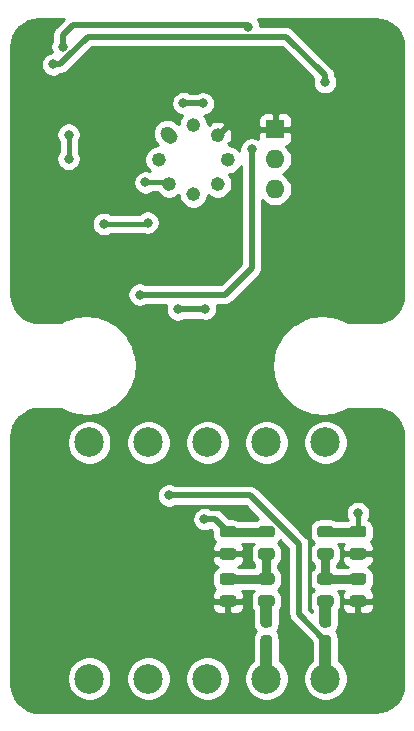
<source format=gbr>
%TF.GenerationSoftware,KiCad,Pcbnew,(5.1.6)-1*%
%TF.CreationDate,2021-03-23T10:57:52+01:00*%
%TF.ProjectId,mu-ltz,6d752d6c-747a-42e6-9b69-6361645f7063,rev?*%
%TF.SameCoordinates,Original*%
%TF.FileFunction,Copper,L2,Bot*%
%TF.FilePolarity,Positive*%
%FSLAX46Y46*%
G04 Gerber Fmt 4.6, Leading zero omitted, Abs format (unit mm)*
G04 Created by KiCad (PCBNEW (5.1.6)-1) date 2021-03-23 10:57:52*
%MOMM*%
%LPD*%
G01*
G04 APERTURE LIST*
%TA.AperFunction,ComponentPad*%
%ADD10R,1.600000X1.600000*%
%TD*%
%TA.AperFunction,ComponentPad*%
%ADD11O,1.600000X1.600000*%
%TD*%
%TA.AperFunction,ComponentPad*%
%ADD12C,2.499360*%
%TD*%
%TA.AperFunction,ViaPad*%
%ADD13C,2.000000*%
%TD*%
%TA.AperFunction,ViaPad*%
%ADD14C,0.800000*%
%TD*%
%TA.AperFunction,Conductor*%
%ADD15C,0.400000*%
%TD*%
%TA.AperFunction,Conductor*%
%ADD16C,1.000000*%
%TD*%
%TA.AperFunction,Conductor*%
%ADD17C,0.500000*%
%TD*%
%TA.AperFunction,Conductor*%
%ADD18C,0.750000*%
%TD*%
%TA.AperFunction,Conductor*%
%ADD19C,0.254000*%
%TD*%
G04 APERTURE END LIST*
%TO.P,C10,2*%
%TO.N,/GND*%
%TA.AperFunction,SMDPad,CuDef*%
G36*
G01*
X118543750Y-85450000D02*
X119456250Y-85450000D01*
G75*
G02*
X119700000Y-85693750I0J-243750D01*
G01*
X119700000Y-86181250D01*
G75*
G02*
X119456250Y-86425000I-243750J0D01*
G01*
X118543750Y-86425000D01*
G75*
G02*
X118300000Y-86181250I0J243750D01*
G01*
X118300000Y-85693750D01*
G75*
G02*
X118543750Y-85450000I243750J0D01*
G01*
G37*
%TD.AperFunction*%
%TO.P,C10,1*%
%TO.N,/V-_filtered*%
%TA.AperFunction,SMDPad,CuDef*%
G36*
G01*
X118543750Y-83575000D02*
X119456250Y-83575000D01*
G75*
G02*
X119700000Y-83818750I0J-243750D01*
G01*
X119700000Y-84306250D01*
G75*
G02*
X119456250Y-84550000I-243750J0D01*
G01*
X118543750Y-84550000D01*
G75*
G02*
X118300000Y-84306250I0J243750D01*
G01*
X118300000Y-83818750D01*
G75*
G02*
X118543750Y-83575000I243750J0D01*
G01*
G37*
%TD.AperFunction*%
%TD*%
%TO.P,C7,2*%
%TO.N,/V+_filtered*%
%TA.AperFunction,SMDPad,CuDef*%
G36*
G01*
X130456250Y-84550000D02*
X129543750Y-84550000D01*
G75*
G02*
X129300000Y-84306250I0J243750D01*
G01*
X129300000Y-83818750D01*
G75*
G02*
X129543750Y-83575000I243750J0D01*
G01*
X130456250Y-83575000D01*
G75*
G02*
X130700000Y-83818750I0J-243750D01*
G01*
X130700000Y-84306250D01*
G75*
G02*
X130456250Y-84550000I-243750J0D01*
G01*
G37*
%TD.AperFunction*%
%TO.P,C7,1*%
%TO.N,/GND*%
%TA.AperFunction,SMDPad,CuDef*%
G36*
G01*
X130456250Y-86425000D02*
X129543750Y-86425000D01*
G75*
G02*
X129300000Y-86181250I0J243750D01*
G01*
X129300000Y-85693750D01*
G75*
G02*
X129543750Y-85450000I243750J0D01*
G01*
X130456250Y-85450000D01*
G75*
G02*
X130700000Y-85693750I0J-243750D01*
G01*
X130700000Y-86181250D01*
G75*
G02*
X130456250Y-86425000I-243750J0D01*
G01*
G37*
%TD.AperFunction*%
%TD*%
%TO.P,R8,2*%
%TO.N,Net-(FB2-Pad2)*%
%TA.AperFunction,SMDPad,CuDef*%
G36*
G01*
X126793750Y-89450000D02*
X127706250Y-89450000D01*
G75*
G02*
X127950000Y-89693750I0J-243750D01*
G01*
X127950000Y-90181250D01*
G75*
G02*
X127706250Y-90425000I-243750J0D01*
G01*
X126793750Y-90425000D01*
G75*
G02*
X126550000Y-90181250I0J243750D01*
G01*
X126550000Y-89693750D01*
G75*
G02*
X126793750Y-89450000I243750J0D01*
G01*
G37*
%TD.AperFunction*%
%TO.P,R8,1*%
%TO.N,Net-(C6-Pad2)*%
%TA.AperFunction,SMDPad,CuDef*%
G36*
G01*
X126793750Y-87575000D02*
X127706250Y-87575000D01*
G75*
G02*
X127950000Y-87818750I0J-243750D01*
G01*
X127950000Y-88306250D01*
G75*
G02*
X127706250Y-88550000I-243750J0D01*
G01*
X126793750Y-88550000D01*
G75*
G02*
X126550000Y-88306250I0J243750D01*
G01*
X126550000Y-87818750D01*
G75*
G02*
X126793750Y-87575000I243750J0D01*
G01*
G37*
%TD.AperFunction*%
%TD*%
%TO.P,R10,2*%
%TO.N,Net-(FB3-Pad2)*%
%TA.AperFunction,SMDPad,CuDef*%
G36*
G01*
X121793750Y-89450000D02*
X122706250Y-89450000D01*
G75*
G02*
X122950000Y-89693750I0J-243750D01*
G01*
X122950000Y-90181250D01*
G75*
G02*
X122706250Y-90425000I-243750J0D01*
G01*
X121793750Y-90425000D01*
G75*
G02*
X121550000Y-90181250I0J243750D01*
G01*
X121550000Y-89693750D01*
G75*
G02*
X121793750Y-89450000I243750J0D01*
G01*
G37*
%TD.AperFunction*%
%TO.P,R10,1*%
%TO.N,Net-(C9-Pad1)*%
%TA.AperFunction,SMDPad,CuDef*%
G36*
G01*
X121793750Y-87575000D02*
X122706250Y-87575000D01*
G75*
G02*
X122950000Y-87818750I0J-243750D01*
G01*
X122950000Y-88306250D01*
G75*
G02*
X122706250Y-88550000I-243750J0D01*
G01*
X121793750Y-88550000D01*
G75*
G02*
X121550000Y-88306250I0J243750D01*
G01*
X121550000Y-87818750D01*
G75*
G02*
X121793750Y-87575000I243750J0D01*
G01*
G37*
%TD.AperFunction*%
%TD*%
%TO.P,R11,2*%
%TO.N,Net-(C9-Pad1)*%
%TA.AperFunction,SMDPad,CuDef*%
G36*
G01*
X121793750Y-85450000D02*
X122706250Y-85450000D01*
G75*
G02*
X122950000Y-85693750I0J-243750D01*
G01*
X122950000Y-86181250D01*
G75*
G02*
X122706250Y-86425000I-243750J0D01*
G01*
X121793750Y-86425000D01*
G75*
G02*
X121550000Y-86181250I0J243750D01*
G01*
X121550000Y-85693750D01*
G75*
G02*
X121793750Y-85450000I243750J0D01*
G01*
G37*
%TD.AperFunction*%
%TO.P,R11,1*%
%TO.N,/V-_filtered*%
%TA.AperFunction,SMDPad,CuDef*%
G36*
G01*
X121793750Y-83575000D02*
X122706250Y-83575000D01*
G75*
G02*
X122950000Y-83818750I0J-243750D01*
G01*
X122950000Y-84306250D01*
G75*
G02*
X122706250Y-84550000I-243750J0D01*
G01*
X121793750Y-84550000D01*
G75*
G02*
X121550000Y-84306250I0J243750D01*
G01*
X121550000Y-83818750D01*
G75*
G02*
X121793750Y-83575000I243750J0D01*
G01*
G37*
%TD.AperFunction*%
%TD*%
%TO.P,R9,2*%
%TO.N,Net-(C6-Pad2)*%
%TA.AperFunction,SMDPad,CuDef*%
G36*
G01*
X126793750Y-85450000D02*
X127706250Y-85450000D01*
G75*
G02*
X127950000Y-85693750I0J-243750D01*
G01*
X127950000Y-86181250D01*
G75*
G02*
X127706250Y-86425000I-243750J0D01*
G01*
X126793750Y-86425000D01*
G75*
G02*
X126550000Y-86181250I0J243750D01*
G01*
X126550000Y-85693750D01*
G75*
G02*
X126793750Y-85450000I243750J0D01*
G01*
G37*
%TD.AperFunction*%
%TO.P,R9,1*%
%TO.N,/V+_filtered*%
%TA.AperFunction,SMDPad,CuDef*%
G36*
G01*
X126793750Y-83575000D02*
X127706250Y-83575000D01*
G75*
G02*
X127950000Y-83818750I0J-243750D01*
G01*
X127950000Y-84306250D01*
G75*
G02*
X127706250Y-84550000I-243750J0D01*
G01*
X126793750Y-84550000D01*
G75*
G02*
X126550000Y-84306250I0J243750D01*
G01*
X126550000Y-83818750D01*
G75*
G02*
X126793750Y-83575000I243750J0D01*
G01*
G37*
%TD.AperFunction*%
%TD*%
%TO.P,FB3,2*%
%TO.N,Net-(FB3-Pad2)*%
%TA.AperFunction,SMDPad,CuDef*%
G36*
G01*
X122506250Y-92150000D02*
X121993750Y-92150000D01*
G75*
G02*
X121775000Y-91931250I0J218750D01*
G01*
X121775000Y-91493750D01*
G75*
G02*
X121993750Y-91275000I218750J0D01*
G01*
X122506250Y-91275000D01*
G75*
G02*
X122725000Y-91493750I0J-218750D01*
G01*
X122725000Y-91931250D01*
G75*
G02*
X122506250Y-92150000I-218750J0D01*
G01*
G37*
%TD.AperFunction*%
%TO.P,FB3,1*%
%TO.N,Net-(FB3-Pad1)*%
%TA.AperFunction,SMDPad,CuDef*%
G36*
G01*
X122506250Y-93725000D02*
X121993750Y-93725000D01*
G75*
G02*
X121775000Y-93506250I0J218750D01*
G01*
X121775000Y-93068750D01*
G75*
G02*
X121993750Y-92850000I218750J0D01*
G01*
X122506250Y-92850000D01*
G75*
G02*
X122725000Y-93068750I0J-218750D01*
G01*
X122725000Y-93506250D01*
G75*
G02*
X122506250Y-93725000I-218750J0D01*
G01*
G37*
%TD.AperFunction*%
%TD*%
%TO.P,C9,2*%
%TO.N,/GND*%
%TA.AperFunction,SMDPad,CuDef*%
G36*
G01*
X118543750Y-89450000D02*
X119456250Y-89450000D01*
G75*
G02*
X119700000Y-89693750I0J-243750D01*
G01*
X119700000Y-90181250D01*
G75*
G02*
X119456250Y-90425000I-243750J0D01*
G01*
X118543750Y-90425000D01*
G75*
G02*
X118300000Y-90181250I0J243750D01*
G01*
X118300000Y-89693750D01*
G75*
G02*
X118543750Y-89450000I243750J0D01*
G01*
G37*
%TD.AperFunction*%
%TO.P,C9,1*%
%TO.N,Net-(C9-Pad1)*%
%TA.AperFunction,SMDPad,CuDef*%
G36*
G01*
X118543750Y-87575000D02*
X119456250Y-87575000D01*
G75*
G02*
X119700000Y-87818750I0J-243750D01*
G01*
X119700000Y-88306250D01*
G75*
G02*
X119456250Y-88550000I-243750J0D01*
G01*
X118543750Y-88550000D01*
G75*
G02*
X118300000Y-88306250I0J243750D01*
G01*
X118300000Y-87818750D01*
G75*
G02*
X118543750Y-87575000I243750J0D01*
G01*
G37*
%TD.AperFunction*%
%TD*%
%TO.P,C6,2*%
%TO.N,Net-(C6-Pad2)*%
%TA.AperFunction,SMDPad,CuDef*%
G36*
G01*
X130456250Y-88550000D02*
X129543750Y-88550000D01*
G75*
G02*
X129300000Y-88306250I0J243750D01*
G01*
X129300000Y-87818750D01*
G75*
G02*
X129543750Y-87575000I243750J0D01*
G01*
X130456250Y-87575000D01*
G75*
G02*
X130700000Y-87818750I0J-243750D01*
G01*
X130700000Y-88306250D01*
G75*
G02*
X130456250Y-88550000I-243750J0D01*
G01*
G37*
%TD.AperFunction*%
%TO.P,C6,1*%
%TO.N,/GND*%
%TA.AperFunction,SMDPad,CuDef*%
G36*
G01*
X130456250Y-90425000D02*
X129543750Y-90425000D01*
G75*
G02*
X129300000Y-90181250I0J243750D01*
G01*
X129300000Y-89693750D01*
G75*
G02*
X129543750Y-89450000I243750J0D01*
G01*
X130456250Y-89450000D01*
G75*
G02*
X130700000Y-89693750I0J-243750D01*
G01*
X130700000Y-90181250D01*
G75*
G02*
X130456250Y-90425000I-243750J0D01*
G01*
G37*
%TD.AperFunction*%
%TD*%
D10*
%TO.P,RN1,1*%
%TO.N,/GND*%
X123000000Y-50000000D03*
D11*
%TO.P,RN1,3*%
%TO.N,Net-(D2-Pad1)*%
X123000000Y-55080000D03*
%TO.P,RN1,2*%
%TO.N,Net-(R7-Pad1)*%
X123000000Y-52540000D03*
%TD*%
%TO.P,U1,8*%
%TO.N,Net-(C1-Pad2)*%
%TA.AperFunction,ComponentPad*%
G36*
G01*
X115640488Y-49220488D02*
X115640488Y-49220488D01*
G75*
G02*
X116489016Y-49220488I424264J-424264D01*
G01*
X116489016Y-49220488D01*
G75*
G02*
X116489016Y-50069016I-424264J-424264D01*
G01*
X116489016Y-50069016D01*
G75*
G02*
X115640488Y-50069016I-424264J424264D01*
G01*
X115640488Y-50069016D01*
G75*
G02*
X115640488Y-49220488I424264J424264D01*
G01*
G37*
%TD.AperFunction*%
%TO.P,U1,7*%
%TO.N,/GND*%
%TA.AperFunction,ComponentPad*%
G36*
G01*
X117705240Y-50075736D02*
X117705240Y-50075736D01*
G75*
G02*
X118553768Y-50075736I424264J-424264D01*
G01*
X118553768Y-50075736D01*
G75*
G02*
X118553768Y-50924264I-424264J-424264D01*
G01*
X118553768Y-50924264D01*
G75*
G02*
X117705240Y-50924264I-424264J424264D01*
G01*
X117705240Y-50924264D01*
G75*
G02*
X117705240Y-50075736I424264J424264D01*
G01*
G37*
%TD.AperFunction*%
%TO.P,U1,6*%
%TO.N,Net-(R7-Pad1)*%
%TA.AperFunction,ComponentPad*%
G36*
G01*
X118560488Y-52140488D02*
X118560488Y-52140488D01*
G75*
G02*
X119409016Y-52140488I424264J-424264D01*
G01*
X119409016Y-52140488D01*
G75*
G02*
X119409016Y-52989016I-424264J-424264D01*
G01*
X119409016Y-52989016D01*
G75*
G02*
X118560488Y-52989016I-424264J424264D01*
G01*
X118560488Y-52989016D01*
G75*
G02*
X118560488Y-52140488I424264J424264D01*
G01*
G37*
%TD.AperFunction*%
%TO.P,U1,5*%
%TO.N,Net-(C3-Pad2)*%
%TA.AperFunction,ComponentPad*%
G36*
G01*
X117705240Y-54205240D02*
X117705240Y-54205240D01*
G75*
G02*
X118553768Y-54205240I424264J-424264D01*
G01*
X118553768Y-54205240D01*
G75*
G02*
X118553768Y-55053768I-424264J-424264D01*
G01*
X118553768Y-55053768D01*
G75*
G02*
X117705240Y-55053768I-424264J424264D01*
G01*
X117705240Y-55053768D01*
G75*
G02*
X117705240Y-54205240I424264J424264D01*
G01*
G37*
%TD.AperFunction*%
%TO.P,U1,4*%
%TO.N,Net-(C5-Pad1)*%
%TA.AperFunction,ComponentPad*%
G36*
G01*
X115640488Y-55060488D02*
X115640488Y-55060488D01*
G75*
G02*
X116489016Y-55060488I424264J-424264D01*
G01*
X116489016Y-55060488D01*
G75*
G02*
X116489016Y-55909016I-424264J-424264D01*
G01*
X116489016Y-55909016D01*
G75*
G02*
X115640488Y-55909016I-424264J424264D01*
G01*
X115640488Y-55909016D01*
G75*
G02*
X115640488Y-55060488I424264J424264D01*
G01*
G37*
%TD.AperFunction*%
%TO.P,U1,3*%
%TO.N,Net-(D2-Pad1)*%
%TA.AperFunction,ComponentPad*%
G36*
G01*
X113575736Y-54205240D02*
X113575736Y-54205240D01*
G75*
G02*
X114424264Y-54205240I424264J-424264D01*
G01*
X114424264Y-54205240D01*
G75*
G02*
X114424264Y-55053768I-424264J-424264D01*
G01*
X114424264Y-55053768D01*
G75*
G02*
X113575736Y-55053768I-424264J424264D01*
G01*
X113575736Y-55053768D01*
G75*
G02*
X113575736Y-54205240I424264J424264D01*
G01*
G37*
%TD.AperFunction*%
%TO.P,U1,2*%
%TO.N,Net-(D1-Pad2)*%
%TA.AperFunction,ComponentPad*%
G36*
G01*
X112720488Y-52140488D02*
X112720488Y-52140488D01*
G75*
G02*
X113569016Y-52140488I424264J-424264D01*
G01*
X113569016Y-52140488D01*
G75*
G02*
X113569016Y-52989016I-424264J-424264D01*
G01*
X113569016Y-52989016D01*
G75*
G02*
X112720488Y-52989016I-424264J424264D01*
G01*
X112720488Y-52989016D01*
G75*
G02*
X112720488Y-52140488I424264J424264D01*
G01*
G37*
%TD.AperFunction*%
%TO.P,U1,1*%
%TO.N,Net-(C2-Pad2)*%
%TA.AperFunction,ComponentPad*%
G36*
G01*
X113434315Y-49934315D02*
X113434315Y-49934315D01*
G75*
G02*
X114282843Y-49934315I424264J-424264D01*
G01*
X114565685Y-50217157D01*
G75*
G02*
X114565685Y-51065685I-424264J-424264D01*
G01*
X114565685Y-51065685D01*
G75*
G02*
X113717157Y-51065685I-424264J424264D01*
G01*
X113434315Y-50782843D01*
G75*
G02*
X113434315Y-49934315I424264J424264D01*
G01*
G37*
%TD.AperFunction*%
%TD*%
D12*
%TO.P,J10,1*%
%TO.N,Net-(J10-Pad1)*%
X107250000Y-96500000D03*
%TD*%
%TO.P,J7,1*%
%TO.N,Net-(FB3-Pad1)*%
X122250000Y-96500000D03*
%TD*%
%TO.P,J8,1*%
%TO.N,Net-(J8-Pad1)*%
X117250000Y-96500000D03*
%TD*%
%TO.P,J9,1*%
%TO.N,Net-(J9-Pad1)*%
X112250000Y-96500000D03*
%TD*%
%TO.P,J1,1*%
%TO.N,Net-(J1-Pad1)*%
X107250000Y-76500000D03*
%TD*%
%TO.P,FB2,2*%
%TO.N,Net-(FB2-Pad2)*%
%TA.AperFunction,SMDPad,CuDef*%
G36*
G01*
X127506250Y-92150000D02*
X126993750Y-92150000D01*
G75*
G02*
X126775000Y-91931250I0J218750D01*
G01*
X126775000Y-91493750D01*
G75*
G02*
X126993750Y-91275000I218750J0D01*
G01*
X127506250Y-91275000D01*
G75*
G02*
X127725000Y-91493750I0J-218750D01*
G01*
X127725000Y-91931250D01*
G75*
G02*
X127506250Y-92150000I-218750J0D01*
G01*
G37*
%TD.AperFunction*%
%TO.P,FB2,1*%
%TO.N,/VCC*%
%TA.AperFunction,SMDPad,CuDef*%
G36*
G01*
X127506250Y-93725000D02*
X126993750Y-93725000D01*
G75*
G02*
X126775000Y-93506250I0J218750D01*
G01*
X126775000Y-93068750D01*
G75*
G02*
X126993750Y-92850000I218750J0D01*
G01*
X127506250Y-92850000D01*
G75*
G02*
X127725000Y-93068750I0J-218750D01*
G01*
X127725000Y-93506250D01*
G75*
G02*
X127506250Y-93725000I-218750J0D01*
G01*
G37*
%TD.AperFunction*%
%TD*%
%TO.P,J3,1*%
%TO.N,Net-(C16-Pad1)*%
X117250000Y-76500000D03*
%TD*%
%TO.P,J4,1*%
%TO.N,Net-(J4-Pad1)*%
X122250000Y-76500000D03*
%TD*%
%TO.P,J5,1*%
%TO.N,Net-(C19-Pad1)*%
X127250000Y-76500000D03*
%TD*%
%TO.P,J2,1*%
%TO.N,Net-(D1-Pad1)*%
X112250000Y-76500000D03*
%TD*%
%TO.P,J6,1*%
%TO.N,/VCC*%
X127250000Y-96500000D03*
%TD*%
D13*
%TO.N,/GND*%
X103000000Y-43000000D03*
X131500000Y-43000000D03*
X103000000Y-97000000D03*
D14*
%TO.N,Net-(D2-Pad1)*%
X112000000Y-54500000D03*
%TO.N,/GND*%
X110500000Y-44000000D03*
X117000000Y-44000000D03*
X128500000Y-56000000D03*
X125000000Y-45000000D03*
X106000000Y-58925010D03*
X103000000Y-45500000D03*
X106000000Y-56500000D03*
X107462553Y-53537447D03*
X130058325Y-52062915D03*
X117500000Y-59251973D03*
X131000000Y-46500000D03*
X132000000Y-62000000D03*
D13*
X131500000Y-97000000D03*
D14*
%TO.N,/VCC*%
X115216158Y-47780238D03*
X116864752Y-47800000D03*
X121000000Y-51690000D03*
X114000000Y-81000000D03*
X111525010Y-64000000D03*
%TO.N,/V+_filtered*%
X120700000Y-41300000D03*
X105000000Y-43000000D03*
X130000000Y-82500000D03*
%TO.N,/V-_filtered*%
X127200010Y-46000000D03*
X117000000Y-83000000D03*
X104200000Y-44500000D03*
X114750000Y-65250000D03*
X117065686Y-65184314D03*
%TO.N,Net-(C17-Pad2)*%
X105508348Y-50443723D03*
X105500000Y-52500000D03*
%TO.N,Net-(C17-Pad1)*%
X108500000Y-58000000D03*
X112199999Y-57904323D03*
%TD*%
D15*
%TO.N,Net-(D2-Pad1)*%
X112000000Y-54500000D02*
X113870496Y-54500000D01*
X113870496Y-54500000D02*
X114000000Y-54629504D01*
D16*
%TO.N,/VCC*%
X127250000Y-96500000D02*
X127250000Y-93287500D01*
D17*
X115216158Y-47780238D02*
X116844990Y-47780238D01*
X116844990Y-47780238D02*
X116864752Y-47800000D01*
X121000000Y-51690000D02*
X121000000Y-61741998D01*
X120868626Y-81000000D02*
X125000000Y-85131374D01*
X114000000Y-81000000D02*
X120868626Y-81000000D01*
X125000000Y-91037500D02*
X127250000Y-93287500D01*
X125000000Y-85131374D02*
X125000000Y-91037500D01*
X118741998Y-64000000D02*
X121000000Y-61741998D01*
X111525010Y-64000000D02*
X118741998Y-64000000D01*
D16*
%TO.N,Net-(FB2-Pad2)*%
X127250000Y-91712500D02*
X127250000Y-89937500D01*
D18*
%TO.N,Net-(C6-Pad2)*%
X127250000Y-88062500D02*
X129750000Y-88062500D01*
X127250000Y-85937500D02*
X127250000Y-88062500D01*
%TO.N,/V+_filtered*%
X130000000Y-84062500D02*
X127250000Y-84062500D01*
D17*
X105000000Y-43000000D02*
X105000000Y-42000000D01*
X105850001Y-41149999D02*
X120549999Y-41149999D01*
X105000000Y-42000000D02*
X105850001Y-41149999D01*
X120549999Y-41149999D02*
X120700000Y-41300000D01*
D15*
X130000000Y-82500000D02*
X130000000Y-84062500D01*
D18*
%TO.N,Net-(C9-Pad1)*%
X122250000Y-88062500D02*
X119000000Y-88062500D01*
X122250000Y-88062500D02*
X122250000Y-85937500D01*
D17*
%TO.N,/V-_filtered*%
X127200010Y-46000000D02*
X127200010Y-45434315D01*
X127200010Y-45434315D02*
X123915696Y-42150001D01*
X107108003Y-42149999D02*
X105408001Y-43850001D01*
X117408001Y-42149999D02*
X107108003Y-42149999D01*
X117408003Y-42150001D02*
X117408001Y-42149999D01*
X123915696Y-42150001D02*
X117408003Y-42150001D01*
D18*
X119937500Y-84062500D02*
X119000000Y-84062500D01*
X122250000Y-84062500D02*
X119937500Y-84062500D01*
D17*
X117937500Y-83000000D02*
X119000000Y-84062500D01*
X117000000Y-83000000D02*
X117937500Y-83000000D01*
X104249999Y-44450001D02*
X104200000Y-44500000D01*
X105408001Y-43850001D02*
X104808001Y-44450001D01*
X104808001Y-44450001D02*
X104249999Y-44450001D01*
X114750000Y-65250000D02*
X117000000Y-65250000D01*
X117000000Y-65250000D02*
X117065686Y-65184314D01*
D15*
%TO.N,Net-(C17-Pad2)*%
X105508348Y-50443723D02*
X105508348Y-52491652D01*
X105508348Y-52491652D02*
X105500000Y-52500000D01*
%TO.N,Net-(C17-Pad1)*%
X108500000Y-58000000D02*
X112104322Y-58000000D01*
X112104322Y-58000000D02*
X112199999Y-57904323D01*
D16*
%TO.N,Net-(FB3-Pad2)*%
X122250000Y-91712500D02*
X122250000Y-89937500D01*
%TO.N,Net-(FB3-Pad1)*%
X122250000Y-96500000D02*
X122250000Y-93287500D01*
%TD*%
D19*
%TO.N,/GND*%
G36*
X104404951Y-41343471D02*
G01*
X104371184Y-41371183D01*
X104343471Y-41404951D01*
X104343468Y-41404954D01*
X104260590Y-41505941D01*
X104178412Y-41659687D01*
X104127805Y-41826510D01*
X104110719Y-42000000D01*
X104115001Y-42043478D01*
X104115001Y-42461545D01*
X104082795Y-42509744D01*
X104004774Y-42698102D01*
X103965000Y-42898061D01*
X103965000Y-43101939D01*
X104004774Y-43301898D01*
X104074292Y-43469728D01*
X103898102Y-43504774D01*
X103709744Y-43582795D01*
X103540226Y-43696063D01*
X103396063Y-43840226D01*
X103282795Y-44009744D01*
X103204774Y-44198102D01*
X103165000Y-44398061D01*
X103165000Y-44601939D01*
X103204774Y-44801898D01*
X103282795Y-44990256D01*
X103396063Y-45159774D01*
X103540226Y-45303937D01*
X103709744Y-45417205D01*
X103898102Y-45495226D01*
X104098061Y-45535000D01*
X104301939Y-45535000D01*
X104501898Y-45495226D01*
X104690256Y-45417205D01*
X104807021Y-45339185D01*
X104808001Y-45339282D01*
X104851470Y-45335001D01*
X104851478Y-45335001D01*
X104981491Y-45322196D01*
X105148314Y-45271590D01*
X105302060Y-45189412D01*
X105436818Y-45078818D01*
X105464535Y-45045045D01*
X106064533Y-44445048D01*
X106064537Y-44445043D01*
X107474582Y-43034999D01*
X117364506Y-43034999D01*
X117364526Y-43035001D01*
X117364534Y-43035001D01*
X117408003Y-43039282D01*
X117451472Y-43035001D01*
X123549118Y-43035001D01*
X126206961Y-45692845D01*
X126204784Y-45698102D01*
X126165010Y-45898061D01*
X126165010Y-46101939D01*
X126204784Y-46301898D01*
X126282805Y-46490256D01*
X126396073Y-46659774D01*
X126540236Y-46803937D01*
X126709754Y-46917205D01*
X126898112Y-46995226D01*
X127098071Y-47035000D01*
X127301949Y-47035000D01*
X127501908Y-46995226D01*
X127690266Y-46917205D01*
X127859784Y-46803937D01*
X128003947Y-46659774D01*
X128117215Y-46490256D01*
X128195236Y-46301898D01*
X128235010Y-46101939D01*
X128235010Y-45898061D01*
X128195236Y-45698102D01*
X128117215Y-45509744D01*
X128086404Y-45463631D01*
X128089291Y-45434314D01*
X128085010Y-45390848D01*
X128085010Y-45390838D01*
X128072205Y-45260825D01*
X128021599Y-45094002D01*
X127939421Y-44940256D01*
X127915220Y-44910767D01*
X127856542Y-44839268D01*
X127856540Y-44839266D01*
X127828827Y-44805498D01*
X127795059Y-44777785D01*
X124572228Y-41554955D01*
X124544513Y-41521184D01*
X124409755Y-41410590D01*
X124256009Y-41328412D01*
X124089186Y-41277806D01*
X123959173Y-41265001D01*
X123959165Y-41265001D01*
X123915696Y-41260720D01*
X123872227Y-41265001D01*
X121735000Y-41265001D01*
X121735000Y-41198061D01*
X121695226Y-40998102D01*
X121617205Y-40809744D01*
X121517150Y-40660000D01*
X131467721Y-40660000D01*
X131953893Y-40707670D01*
X132390498Y-40839489D01*
X132793185Y-41053600D01*
X133146612Y-41341848D01*
X133437327Y-41693261D01*
X133654242Y-42094439D01*
X133789106Y-42530113D01*
X133840001Y-43014353D01*
X133840000Y-63967721D01*
X133792330Y-64453894D01*
X133660512Y-64890497D01*
X133446399Y-65293186D01*
X133158150Y-65646613D01*
X132806739Y-65937327D01*
X132405564Y-66154240D01*
X131969886Y-66289106D01*
X131485664Y-66340000D01*
X129173481Y-66340002D01*
X128622782Y-66058074D01*
X128567106Y-66036131D01*
X128511787Y-66013432D01*
X128502943Y-66010844D01*
X127826219Y-65817947D01*
X127767397Y-65807247D01*
X127708668Y-65795714D01*
X127699489Y-65794894D01*
X126998185Y-65737114D01*
X126938378Y-65738043D01*
X126878555Y-65738137D01*
X126869392Y-65739115D01*
X126869390Y-65739115D01*
X126170220Y-65818653D01*
X126111761Y-65831175D01*
X126053068Y-65842892D01*
X126044269Y-65845631D01*
X125373863Y-66059456D01*
X125318896Y-66083117D01*
X125263647Y-66105991D01*
X125255553Y-66110384D01*
X125255549Y-66110386D01*
X125255548Y-66110387D01*
X124639442Y-66450356D01*
X124590100Y-66484256D01*
X124540366Y-66517411D01*
X124533275Y-66523296D01*
X123994937Y-66976459D01*
X123953164Y-67019251D01*
X123910771Y-67061481D01*
X123904958Y-67068632D01*
X123464892Y-67617729D01*
X123432222Y-67667826D01*
X123398844Y-67717479D01*
X123394531Y-67725622D01*
X123069499Y-68349738D01*
X123047179Y-68405234D01*
X123024083Y-68460419D01*
X123021433Y-68469245D01*
X122823818Y-69144606D01*
X122812702Y-69203377D01*
X122800765Y-69261998D01*
X122799880Y-69271170D01*
X122737205Y-69972055D01*
X122737717Y-70031866D01*
X122737393Y-70091690D01*
X122738307Y-70100860D01*
X122812962Y-70800568D01*
X122825079Y-70859128D01*
X122836383Y-70917887D01*
X122839061Y-70926705D01*
X123048201Y-71598588D01*
X123071459Y-71653673D01*
X123093964Y-71709125D01*
X123098303Y-71717254D01*
X123433963Y-72335719D01*
X123467480Y-72385242D01*
X123500324Y-72435261D01*
X123506160Y-72442393D01*
X123955554Y-72983882D01*
X123998036Y-73025935D01*
X124039986Y-73068639D01*
X124047096Y-73074501D01*
X124593107Y-73518390D01*
X124642967Y-73551404D01*
X124692394Y-73585134D01*
X124700508Y-73589504D01*
X125322339Y-73918884D01*
X125377664Y-73941586D01*
X125432698Y-73965071D01*
X125441505Y-73967782D01*
X126115472Y-74170109D01*
X126174159Y-74181633D01*
X126232701Y-74193981D01*
X126241867Y-74194930D01*
X126942296Y-74262496D01*
X127002141Y-74262402D01*
X127061928Y-74263143D01*
X127071104Y-74262293D01*
X127071106Y-74262293D01*
X127771316Y-74192526D01*
X127829974Y-74180815D01*
X127888798Y-74169924D01*
X127897634Y-74167308D01*
X128570960Y-73962863D01*
X128626209Y-73939989D01*
X128681813Y-73917873D01*
X128689973Y-73913591D01*
X129165108Y-73659998D01*
X131467720Y-73660000D01*
X131953893Y-73707670D01*
X132390498Y-73839489D01*
X132793185Y-74053600D01*
X133146612Y-74341848D01*
X133437327Y-74693261D01*
X133654242Y-75094439D01*
X133789106Y-75530113D01*
X133840001Y-76014353D01*
X133840000Y-96967721D01*
X133792330Y-97453894D01*
X133660512Y-97890497D01*
X133446399Y-98293186D01*
X133158150Y-98646613D01*
X132806739Y-98937327D01*
X132405564Y-99154240D01*
X131969886Y-99289106D01*
X131485664Y-99340000D01*
X103032279Y-99340000D01*
X102546106Y-99292330D01*
X102109503Y-99160512D01*
X101706814Y-98946399D01*
X101353387Y-98658150D01*
X101062673Y-98306739D01*
X100845760Y-97905564D01*
X100710894Y-97469886D01*
X100660000Y-96985664D01*
X100660000Y-96314375D01*
X105365320Y-96314375D01*
X105365320Y-96685625D01*
X105437747Y-97049741D01*
X105579818Y-97392731D01*
X105786074Y-97701413D01*
X106048587Y-97963926D01*
X106357269Y-98170182D01*
X106700259Y-98312253D01*
X107064375Y-98384680D01*
X107435625Y-98384680D01*
X107799741Y-98312253D01*
X108142731Y-98170182D01*
X108451413Y-97963926D01*
X108713926Y-97701413D01*
X108920182Y-97392731D01*
X109062253Y-97049741D01*
X109134680Y-96685625D01*
X109134680Y-96314375D01*
X110365320Y-96314375D01*
X110365320Y-96685625D01*
X110437747Y-97049741D01*
X110579818Y-97392731D01*
X110786074Y-97701413D01*
X111048587Y-97963926D01*
X111357269Y-98170182D01*
X111700259Y-98312253D01*
X112064375Y-98384680D01*
X112435625Y-98384680D01*
X112799741Y-98312253D01*
X113142731Y-98170182D01*
X113451413Y-97963926D01*
X113713926Y-97701413D01*
X113920182Y-97392731D01*
X114062253Y-97049741D01*
X114134680Y-96685625D01*
X114134680Y-96314375D01*
X115365320Y-96314375D01*
X115365320Y-96685625D01*
X115437747Y-97049741D01*
X115579818Y-97392731D01*
X115786074Y-97701413D01*
X116048587Y-97963926D01*
X116357269Y-98170182D01*
X116700259Y-98312253D01*
X117064375Y-98384680D01*
X117435625Y-98384680D01*
X117799741Y-98312253D01*
X118142731Y-98170182D01*
X118451413Y-97963926D01*
X118713926Y-97701413D01*
X118920182Y-97392731D01*
X119062253Y-97049741D01*
X119134680Y-96685625D01*
X119134680Y-96314375D01*
X119062253Y-95950259D01*
X118920182Y-95607269D01*
X118713926Y-95298587D01*
X118451413Y-95036074D01*
X118142731Y-94829818D01*
X117799741Y-94687747D01*
X117435625Y-94615320D01*
X117064375Y-94615320D01*
X116700259Y-94687747D01*
X116357269Y-94829818D01*
X116048587Y-95036074D01*
X115786074Y-95298587D01*
X115579818Y-95607269D01*
X115437747Y-95950259D01*
X115365320Y-96314375D01*
X114134680Y-96314375D01*
X114062253Y-95950259D01*
X113920182Y-95607269D01*
X113713926Y-95298587D01*
X113451413Y-95036074D01*
X113142731Y-94829818D01*
X112799741Y-94687747D01*
X112435625Y-94615320D01*
X112064375Y-94615320D01*
X111700259Y-94687747D01*
X111357269Y-94829818D01*
X111048587Y-95036074D01*
X110786074Y-95298587D01*
X110579818Y-95607269D01*
X110437747Y-95950259D01*
X110365320Y-96314375D01*
X109134680Y-96314375D01*
X109062253Y-95950259D01*
X108920182Y-95607269D01*
X108713926Y-95298587D01*
X108451413Y-95036074D01*
X108142731Y-94829818D01*
X107799741Y-94687747D01*
X107435625Y-94615320D01*
X107064375Y-94615320D01*
X106700259Y-94687747D01*
X106357269Y-94829818D01*
X106048587Y-95036074D01*
X105786074Y-95298587D01*
X105579818Y-95607269D01*
X105437747Y-95950259D01*
X105365320Y-96314375D01*
X100660000Y-96314375D01*
X100660000Y-90425000D01*
X117661928Y-90425000D01*
X117674188Y-90549482D01*
X117710498Y-90669180D01*
X117769463Y-90779494D01*
X117848815Y-90876185D01*
X117945506Y-90955537D01*
X118055820Y-91014502D01*
X118175518Y-91050812D01*
X118300000Y-91063072D01*
X118714250Y-91060000D01*
X118873000Y-90901250D01*
X118873000Y-90064500D01*
X119127000Y-90064500D01*
X119127000Y-90901250D01*
X119285750Y-91060000D01*
X119700000Y-91063072D01*
X119824482Y-91050812D01*
X119944180Y-91014502D01*
X120054494Y-90955537D01*
X120151185Y-90876185D01*
X120230537Y-90779494D01*
X120289502Y-90669180D01*
X120325812Y-90549482D01*
X120338072Y-90425000D01*
X120335000Y-90223250D01*
X120176250Y-90064500D01*
X119127000Y-90064500D01*
X118873000Y-90064500D01*
X117823750Y-90064500D01*
X117665000Y-90223250D01*
X117661928Y-90425000D01*
X100660000Y-90425000D01*
X100660000Y-80898061D01*
X112965000Y-80898061D01*
X112965000Y-81101939D01*
X113004774Y-81301898D01*
X113082795Y-81490256D01*
X113196063Y-81659774D01*
X113340226Y-81803937D01*
X113509744Y-81917205D01*
X113698102Y-81995226D01*
X113898061Y-82035000D01*
X114101939Y-82035000D01*
X114301898Y-81995226D01*
X114490256Y-81917205D01*
X114538454Y-81885000D01*
X120502048Y-81885000D01*
X121582742Y-82965694D01*
X121456291Y-83004053D01*
X121365653Y-83052500D01*
X119884347Y-83052500D01*
X119793709Y-83004053D01*
X119628285Y-82953872D01*
X119456250Y-82936928D01*
X119126007Y-82936928D01*
X118594034Y-82404956D01*
X118566317Y-82371183D01*
X118431559Y-82260589D01*
X118277813Y-82178411D01*
X118110990Y-82127805D01*
X117980977Y-82115000D01*
X117980969Y-82115000D01*
X117937500Y-82110719D01*
X117894031Y-82115000D01*
X117538454Y-82115000D01*
X117490256Y-82082795D01*
X117301898Y-82004774D01*
X117101939Y-81965000D01*
X116898061Y-81965000D01*
X116698102Y-82004774D01*
X116509744Y-82082795D01*
X116340226Y-82196063D01*
X116196063Y-82340226D01*
X116082795Y-82509744D01*
X116004774Y-82698102D01*
X115965000Y-82898061D01*
X115965000Y-83101939D01*
X116004774Y-83301898D01*
X116082795Y-83490256D01*
X116196063Y-83659774D01*
X116340226Y-83803937D01*
X116509744Y-83917205D01*
X116698102Y-83995226D01*
X116898061Y-84035000D01*
X117101939Y-84035000D01*
X117301898Y-83995226D01*
X117490256Y-83917205D01*
X117538454Y-83885000D01*
X117570922Y-83885000D01*
X117661928Y-83976006D01*
X117661928Y-84306250D01*
X117678872Y-84478285D01*
X117729053Y-84643709D01*
X117810542Y-84796164D01*
X117920208Y-84929792D01*
X117926564Y-84935008D01*
X117848815Y-84998815D01*
X117769463Y-85095506D01*
X117710498Y-85205820D01*
X117674188Y-85325518D01*
X117661928Y-85450000D01*
X117665000Y-85651750D01*
X117823750Y-85810500D01*
X118873000Y-85810500D01*
X118873000Y-85790500D01*
X119127000Y-85790500D01*
X119127000Y-85810500D01*
X120176250Y-85810500D01*
X120335000Y-85651750D01*
X120338072Y-85450000D01*
X120325812Y-85325518D01*
X120289502Y-85205820D01*
X120230537Y-85095506D01*
X120211657Y-85072500D01*
X121168327Y-85072500D01*
X121060542Y-85203836D01*
X120979053Y-85356291D01*
X120928872Y-85521715D01*
X120911928Y-85693750D01*
X120911928Y-86181250D01*
X120928872Y-86353285D01*
X120979053Y-86518709D01*
X121060542Y-86671164D01*
X121170208Y-86804792D01*
X121240001Y-86862069D01*
X121240000Y-87052500D01*
X119884347Y-87052500D01*
X119860658Y-87039838D01*
X119944180Y-87014502D01*
X120054494Y-86955537D01*
X120151185Y-86876185D01*
X120230537Y-86779494D01*
X120289502Y-86669180D01*
X120325812Y-86549482D01*
X120338072Y-86425000D01*
X120335000Y-86223250D01*
X120176250Y-86064500D01*
X119127000Y-86064500D01*
X119127000Y-86084500D01*
X118873000Y-86084500D01*
X118873000Y-86064500D01*
X117823750Y-86064500D01*
X117665000Y-86223250D01*
X117661928Y-86425000D01*
X117674188Y-86549482D01*
X117710498Y-86669180D01*
X117769463Y-86779494D01*
X117848815Y-86876185D01*
X117945506Y-86955537D01*
X118055820Y-87014502D01*
X118139342Y-87039838D01*
X118053836Y-87085542D01*
X117920208Y-87195208D01*
X117810542Y-87328836D01*
X117729053Y-87481291D01*
X117678872Y-87646715D01*
X117661928Y-87818750D01*
X117661928Y-88306250D01*
X117678872Y-88478285D01*
X117729053Y-88643709D01*
X117810542Y-88796164D01*
X117920208Y-88929792D01*
X117926564Y-88935008D01*
X117848815Y-88998815D01*
X117769463Y-89095506D01*
X117710498Y-89205820D01*
X117674188Y-89325518D01*
X117661928Y-89450000D01*
X117665000Y-89651750D01*
X117823750Y-89810500D01*
X118873000Y-89810500D01*
X118873000Y-89790500D01*
X119127000Y-89790500D01*
X119127000Y-89810500D01*
X120176250Y-89810500D01*
X120335000Y-89651750D01*
X120338072Y-89450000D01*
X120325812Y-89325518D01*
X120289502Y-89205820D01*
X120230537Y-89095506D01*
X120211657Y-89072500D01*
X121168327Y-89072500D01*
X121060542Y-89203836D01*
X120979053Y-89356291D01*
X120928872Y-89521715D01*
X120911928Y-89693750D01*
X120911928Y-90181250D01*
X120928872Y-90353285D01*
X120979053Y-90518709D01*
X121060542Y-90671164D01*
X121115000Y-90737521D01*
X121115000Y-91768251D01*
X121131423Y-91934998D01*
X121140121Y-91963673D01*
X121153392Y-92098408D01*
X121202150Y-92259142D01*
X121281329Y-92407275D01*
X121357426Y-92500000D01*
X121281329Y-92592725D01*
X121202150Y-92740858D01*
X121153392Y-92901592D01*
X121140121Y-93036331D01*
X121131424Y-93065001D01*
X121115001Y-93231748D01*
X121115000Y-94991698D01*
X121048587Y-95036074D01*
X120786074Y-95298587D01*
X120579818Y-95607269D01*
X120437747Y-95950259D01*
X120365320Y-96314375D01*
X120365320Y-96685625D01*
X120437747Y-97049741D01*
X120579818Y-97392731D01*
X120786074Y-97701413D01*
X121048587Y-97963926D01*
X121357269Y-98170182D01*
X121700259Y-98312253D01*
X122064375Y-98384680D01*
X122435625Y-98384680D01*
X122799741Y-98312253D01*
X123142731Y-98170182D01*
X123451413Y-97963926D01*
X123713926Y-97701413D01*
X123920182Y-97392731D01*
X124062253Y-97049741D01*
X124134680Y-96685625D01*
X124134680Y-96314375D01*
X124062253Y-95950259D01*
X123920182Y-95607269D01*
X123713926Y-95298587D01*
X123451413Y-95036074D01*
X123385000Y-94991698D01*
X123385000Y-93231748D01*
X123368577Y-93065001D01*
X123359878Y-93036326D01*
X123346608Y-92901592D01*
X123297850Y-92740858D01*
X123218671Y-92592725D01*
X123142574Y-92500000D01*
X123218671Y-92407275D01*
X123297850Y-92259142D01*
X123346608Y-92098408D01*
X123359878Y-91963674D01*
X123368577Y-91934999D01*
X123385000Y-91768252D01*
X123385000Y-90737521D01*
X123439458Y-90671164D01*
X123520947Y-90518709D01*
X123571128Y-90353285D01*
X123588072Y-90181250D01*
X123588072Y-89693750D01*
X123571128Y-89521715D01*
X123520947Y-89356291D01*
X123439458Y-89203836D01*
X123329792Y-89070208D01*
X123244244Y-89000000D01*
X123329792Y-88929792D01*
X123439458Y-88796164D01*
X123520947Y-88643709D01*
X123571128Y-88478285D01*
X123588072Y-88306250D01*
X123588072Y-87818750D01*
X123571128Y-87646715D01*
X123520947Y-87481291D01*
X123439458Y-87328836D01*
X123329792Y-87195208D01*
X123260000Y-87137931D01*
X123260000Y-86862069D01*
X123329792Y-86804792D01*
X123439458Y-86671164D01*
X123520947Y-86518709D01*
X123571128Y-86353285D01*
X123588072Y-86181250D01*
X123588072Y-85693750D01*
X123571128Y-85521715D01*
X123520947Y-85356291D01*
X123439458Y-85203836D01*
X123329792Y-85070208D01*
X123244244Y-85000000D01*
X123329792Y-84929792D01*
X123427627Y-84810580D01*
X124115000Y-85497953D01*
X124115001Y-90994021D01*
X124110719Y-91037500D01*
X124127805Y-91210990D01*
X124178412Y-91377813D01*
X124260590Y-91531559D01*
X124343468Y-91632546D01*
X124343471Y-91632549D01*
X124371184Y-91666317D01*
X124404951Y-91694029D01*
X126115001Y-93404080D01*
X126115000Y-94991698D01*
X126048587Y-95036074D01*
X125786074Y-95298587D01*
X125579818Y-95607269D01*
X125437747Y-95950259D01*
X125365320Y-96314375D01*
X125365320Y-96685625D01*
X125437747Y-97049741D01*
X125579818Y-97392731D01*
X125786074Y-97701413D01*
X126048587Y-97963926D01*
X126357269Y-98170182D01*
X126700259Y-98312253D01*
X127064375Y-98384680D01*
X127435625Y-98384680D01*
X127799741Y-98312253D01*
X128142731Y-98170182D01*
X128451413Y-97963926D01*
X128713926Y-97701413D01*
X128920182Y-97392731D01*
X129062253Y-97049741D01*
X129134680Y-96685625D01*
X129134680Y-96314375D01*
X129062253Y-95950259D01*
X128920182Y-95607269D01*
X128713926Y-95298587D01*
X128451413Y-95036074D01*
X128385000Y-94991698D01*
X128385000Y-93231748D01*
X128368577Y-93065001D01*
X128359878Y-93036326D01*
X128346608Y-92901592D01*
X128297850Y-92740858D01*
X128218671Y-92592725D01*
X128142574Y-92500000D01*
X128218671Y-92407275D01*
X128297850Y-92259142D01*
X128346608Y-92098408D01*
X128359878Y-91963674D01*
X128368577Y-91934999D01*
X128385000Y-91768252D01*
X128385000Y-90737521D01*
X128439458Y-90671164D01*
X128520947Y-90518709D01*
X128549373Y-90425000D01*
X128661928Y-90425000D01*
X128674188Y-90549482D01*
X128710498Y-90669180D01*
X128769463Y-90779494D01*
X128848815Y-90876185D01*
X128945506Y-90955537D01*
X129055820Y-91014502D01*
X129175518Y-91050812D01*
X129300000Y-91063072D01*
X129714250Y-91060000D01*
X129873000Y-90901250D01*
X129873000Y-90064500D01*
X130127000Y-90064500D01*
X130127000Y-90901250D01*
X130285750Y-91060000D01*
X130700000Y-91063072D01*
X130824482Y-91050812D01*
X130944180Y-91014502D01*
X131054494Y-90955537D01*
X131151185Y-90876185D01*
X131230537Y-90779494D01*
X131289502Y-90669180D01*
X131325812Y-90549482D01*
X131338072Y-90425000D01*
X131335000Y-90223250D01*
X131176250Y-90064500D01*
X130127000Y-90064500D01*
X129873000Y-90064500D01*
X128823750Y-90064500D01*
X128665000Y-90223250D01*
X128661928Y-90425000D01*
X128549373Y-90425000D01*
X128571128Y-90353285D01*
X128588072Y-90181250D01*
X128588072Y-89693750D01*
X128571128Y-89521715D01*
X128520947Y-89356291D01*
X128439458Y-89203836D01*
X128331673Y-89072500D01*
X128788343Y-89072500D01*
X128769463Y-89095506D01*
X128710498Y-89205820D01*
X128674188Y-89325518D01*
X128661928Y-89450000D01*
X128665000Y-89651750D01*
X128823750Y-89810500D01*
X129873000Y-89810500D01*
X129873000Y-89790500D01*
X130127000Y-89790500D01*
X130127000Y-89810500D01*
X131176250Y-89810500D01*
X131335000Y-89651750D01*
X131338072Y-89450000D01*
X131325812Y-89325518D01*
X131289502Y-89205820D01*
X131230537Y-89095506D01*
X131151185Y-88998815D01*
X131073436Y-88935008D01*
X131079792Y-88929792D01*
X131189458Y-88796164D01*
X131270947Y-88643709D01*
X131321128Y-88478285D01*
X131338072Y-88306250D01*
X131338072Y-87818750D01*
X131321128Y-87646715D01*
X131270947Y-87481291D01*
X131189458Y-87328836D01*
X131079792Y-87195208D01*
X130946164Y-87085542D01*
X130860658Y-87039838D01*
X130944180Y-87014502D01*
X131054494Y-86955537D01*
X131151185Y-86876185D01*
X131230537Y-86779494D01*
X131289502Y-86669180D01*
X131325812Y-86549482D01*
X131338072Y-86425000D01*
X131335000Y-86223250D01*
X131176250Y-86064500D01*
X130127000Y-86064500D01*
X130127000Y-86084500D01*
X129873000Y-86084500D01*
X129873000Y-86064500D01*
X128823750Y-86064500D01*
X128665000Y-86223250D01*
X128661928Y-86425000D01*
X128674188Y-86549482D01*
X128710498Y-86669180D01*
X128769463Y-86779494D01*
X128848815Y-86876185D01*
X128945506Y-86955537D01*
X129055820Y-87014502D01*
X129139342Y-87039838D01*
X129115653Y-87052500D01*
X128260000Y-87052500D01*
X128260000Y-86862069D01*
X128329792Y-86804792D01*
X128439458Y-86671164D01*
X128520947Y-86518709D01*
X128571128Y-86353285D01*
X128588072Y-86181250D01*
X128588072Y-85693750D01*
X128571128Y-85521715D01*
X128520947Y-85356291D01*
X128439458Y-85203836D01*
X128331673Y-85072500D01*
X128788343Y-85072500D01*
X128769463Y-85095506D01*
X128710498Y-85205820D01*
X128674188Y-85325518D01*
X128661928Y-85450000D01*
X128665000Y-85651750D01*
X128823750Y-85810500D01*
X129873000Y-85810500D01*
X129873000Y-85790500D01*
X130127000Y-85790500D01*
X130127000Y-85810500D01*
X131176250Y-85810500D01*
X131335000Y-85651750D01*
X131338072Y-85450000D01*
X131325812Y-85325518D01*
X131289502Y-85205820D01*
X131230537Y-85095506D01*
X131151185Y-84998815D01*
X131073436Y-84935008D01*
X131079792Y-84929792D01*
X131189458Y-84796164D01*
X131270947Y-84643709D01*
X131321128Y-84478285D01*
X131338072Y-84306250D01*
X131338072Y-83818750D01*
X131321128Y-83646715D01*
X131270947Y-83481291D01*
X131189458Y-83328836D01*
X131079792Y-83195208D01*
X130946164Y-83085542D01*
X130877913Y-83049061D01*
X130917205Y-82990256D01*
X130995226Y-82801898D01*
X131035000Y-82601939D01*
X131035000Y-82398061D01*
X130995226Y-82198102D01*
X130917205Y-82009744D01*
X130803937Y-81840226D01*
X130659774Y-81696063D01*
X130490256Y-81582795D01*
X130301898Y-81504774D01*
X130101939Y-81465000D01*
X129898061Y-81465000D01*
X129698102Y-81504774D01*
X129509744Y-81582795D01*
X129340226Y-81696063D01*
X129196063Y-81840226D01*
X129082795Y-82009744D01*
X129004774Y-82198102D01*
X128965000Y-82398061D01*
X128965000Y-82601939D01*
X129004774Y-82801898D01*
X129082795Y-82990256D01*
X129122087Y-83049061D01*
X129115653Y-83052500D01*
X128134347Y-83052500D01*
X128043709Y-83004053D01*
X127878285Y-82953872D01*
X127706250Y-82936928D01*
X126793750Y-82936928D01*
X126621715Y-82953872D01*
X126456291Y-83004053D01*
X126303836Y-83085542D01*
X126170208Y-83195208D01*
X126060542Y-83328836D01*
X125979053Y-83481291D01*
X125928872Y-83646715D01*
X125911928Y-83818750D01*
X125911928Y-84306250D01*
X125928872Y-84478285D01*
X125979053Y-84643709D01*
X126060542Y-84796164D01*
X126170208Y-84929792D01*
X126255756Y-85000000D01*
X126170208Y-85070208D01*
X126060542Y-85203836D01*
X125979053Y-85356291D01*
X125928872Y-85521715D01*
X125911928Y-85693750D01*
X125911928Y-86181250D01*
X125928872Y-86353285D01*
X125979053Y-86518709D01*
X126060542Y-86671164D01*
X126170208Y-86804792D01*
X126240000Y-86862069D01*
X126240001Y-87137931D01*
X126170208Y-87195208D01*
X126060542Y-87328836D01*
X125979053Y-87481291D01*
X125928872Y-87646715D01*
X125911928Y-87818750D01*
X125911928Y-88306250D01*
X125928872Y-88478285D01*
X125979053Y-88643709D01*
X126060542Y-88796164D01*
X126170208Y-88929792D01*
X126255756Y-89000000D01*
X126170208Y-89070208D01*
X126060542Y-89203836D01*
X125979053Y-89356291D01*
X125928872Y-89521715D01*
X125911928Y-89693750D01*
X125911928Y-90181250D01*
X125928872Y-90353285D01*
X125979053Y-90518709D01*
X126060542Y-90671164D01*
X126115000Y-90737521D01*
X126115000Y-90900922D01*
X125885000Y-90670922D01*
X125885000Y-85174839D01*
X125889281Y-85131373D01*
X125885000Y-85087907D01*
X125885000Y-85087897D01*
X125872195Y-84957884D01*
X125821589Y-84791061D01*
X125739411Y-84637315D01*
X125628817Y-84502557D01*
X125595050Y-84474846D01*
X121525160Y-80404956D01*
X121497443Y-80371183D01*
X121362685Y-80260589D01*
X121208939Y-80178411D01*
X121042116Y-80127805D01*
X120912103Y-80115000D01*
X120912095Y-80115000D01*
X120868626Y-80110719D01*
X120825157Y-80115000D01*
X114538454Y-80115000D01*
X114490256Y-80082795D01*
X114301898Y-80004774D01*
X114101939Y-79965000D01*
X113898061Y-79965000D01*
X113698102Y-80004774D01*
X113509744Y-80082795D01*
X113340226Y-80196063D01*
X113196063Y-80340226D01*
X113082795Y-80509744D01*
X113004774Y-80698102D01*
X112965000Y-80898061D01*
X100660000Y-80898061D01*
X100660000Y-76314375D01*
X105365320Y-76314375D01*
X105365320Y-76685625D01*
X105437747Y-77049741D01*
X105579818Y-77392731D01*
X105786074Y-77701413D01*
X106048587Y-77963926D01*
X106357269Y-78170182D01*
X106700259Y-78312253D01*
X107064375Y-78384680D01*
X107435625Y-78384680D01*
X107799741Y-78312253D01*
X108142731Y-78170182D01*
X108451413Y-77963926D01*
X108713926Y-77701413D01*
X108920182Y-77392731D01*
X109062253Y-77049741D01*
X109134680Y-76685625D01*
X109134680Y-76314375D01*
X110365320Y-76314375D01*
X110365320Y-76685625D01*
X110437747Y-77049741D01*
X110579818Y-77392731D01*
X110786074Y-77701413D01*
X111048587Y-77963926D01*
X111357269Y-78170182D01*
X111700259Y-78312253D01*
X112064375Y-78384680D01*
X112435625Y-78384680D01*
X112799741Y-78312253D01*
X113142731Y-78170182D01*
X113451413Y-77963926D01*
X113713926Y-77701413D01*
X113920182Y-77392731D01*
X114062253Y-77049741D01*
X114134680Y-76685625D01*
X114134680Y-76314375D01*
X115365320Y-76314375D01*
X115365320Y-76685625D01*
X115437747Y-77049741D01*
X115579818Y-77392731D01*
X115786074Y-77701413D01*
X116048587Y-77963926D01*
X116357269Y-78170182D01*
X116700259Y-78312253D01*
X117064375Y-78384680D01*
X117435625Y-78384680D01*
X117799741Y-78312253D01*
X118142731Y-78170182D01*
X118451413Y-77963926D01*
X118713926Y-77701413D01*
X118920182Y-77392731D01*
X119062253Y-77049741D01*
X119134680Y-76685625D01*
X119134680Y-76314375D01*
X120365320Y-76314375D01*
X120365320Y-76685625D01*
X120437747Y-77049741D01*
X120579818Y-77392731D01*
X120786074Y-77701413D01*
X121048587Y-77963926D01*
X121357269Y-78170182D01*
X121700259Y-78312253D01*
X122064375Y-78384680D01*
X122435625Y-78384680D01*
X122799741Y-78312253D01*
X123142731Y-78170182D01*
X123451413Y-77963926D01*
X123713926Y-77701413D01*
X123920182Y-77392731D01*
X124062253Y-77049741D01*
X124134680Y-76685625D01*
X124134680Y-76314375D01*
X125365320Y-76314375D01*
X125365320Y-76685625D01*
X125437747Y-77049741D01*
X125579818Y-77392731D01*
X125786074Y-77701413D01*
X126048587Y-77963926D01*
X126357269Y-78170182D01*
X126700259Y-78312253D01*
X127064375Y-78384680D01*
X127435625Y-78384680D01*
X127799741Y-78312253D01*
X128142731Y-78170182D01*
X128451413Y-77963926D01*
X128713926Y-77701413D01*
X128920182Y-77392731D01*
X129062253Y-77049741D01*
X129134680Y-76685625D01*
X129134680Y-76314375D01*
X129062253Y-75950259D01*
X128920182Y-75607269D01*
X128713926Y-75298587D01*
X128451413Y-75036074D01*
X128142731Y-74829818D01*
X127799741Y-74687747D01*
X127435625Y-74615320D01*
X127064375Y-74615320D01*
X126700259Y-74687747D01*
X126357269Y-74829818D01*
X126048587Y-75036074D01*
X125786074Y-75298587D01*
X125579818Y-75607269D01*
X125437747Y-75950259D01*
X125365320Y-76314375D01*
X124134680Y-76314375D01*
X124062253Y-75950259D01*
X123920182Y-75607269D01*
X123713926Y-75298587D01*
X123451413Y-75036074D01*
X123142731Y-74829818D01*
X122799741Y-74687747D01*
X122435625Y-74615320D01*
X122064375Y-74615320D01*
X121700259Y-74687747D01*
X121357269Y-74829818D01*
X121048587Y-75036074D01*
X120786074Y-75298587D01*
X120579818Y-75607269D01*
X120437747Y-75950259D01*
X120365320Y-76314375D01*
X119134680Y-76314375D01*
X119062253Y-75950259D01*
X118920182Y-75607269D01*
X118713926Y-75298587D01*
X118451413Y-75036074D01*
X118142731Y-74829818D01*
X117799741Y-74687747D01*
X117435625Y-74615320D01*
X117064375Y-74615320D01*
X116700259Y-74687747D01*
X116357269Y-74829818D01*
X116048587Y-75036074D01*
X115786074Y-75298587D01*
X115579818Y-75607269D01*
X115437747Y-75950259D01*
X115365320Y-76314375D01*
X114134680Y-76314375D01*
X114062253Y-75950259D01*
X113920182Y-75607269D01*
X113713926Y-75298587D01*
X113451413Y-75036074D01*
X113142731Y-74829818D01*
X112799741Y-74687747D01*
X112435625Y-74615320D01*
X112064375Y-74615320D01*
X111700259Y-74687747D01*
X111357269Y-74829818D01*
X111048587Y-75036074D01*
X110786074Y-75298587D01*
X110579818Y-75607269D01*
X110437747Y-75950259D01*
X110365320Y-76314375D01*
X109134680Y-76314375D01*
X109062253Y-75950259D01*
X108920182Y-75607269D01*
X108713926Y-75298587D01*
X108451413Y-75036074D01*
X108142731Y-74829818D01*
X107799741Y-74687747D01*
X107435625Y-74615320D01*
X107064375Y-74615320D01*
X106700259Y-74687747D01*
X106357269Y-74829818D01*
X106048587Y-75036074D01*
X105786074Y-75298587D01*
X105579818Y-75607269D01*
X105437747Y-75950259D01*
X105365320Y-76314375D01*
X100660000Y-76314375D01*
X100660000Y-76032279D01*
X100707670Y-75546107D01*
X100839489Y-75109502D01*
X101053600Y-74706815D01*
X101341848Y-74353388D01*
X101693261Y-74062673D01*
X102094439Y-73845758D01*
X102530113Y-73710894D01*
X103014344Y-73660000D01*
X104826519Y-73659998D01*
X105377218Y-73941926D01*
X105432880Y-73963863D01*
X105488212Y-73986568D01*
X105497057Y-73989156D01*
X106173780Y-74182053D01*
X106232616Y-74192756D01*
X106291332Y-74204286D01*
X106300509Y-74205106D01*
X106300511Y-74205106D01*
X107001814Y-74262886D01*
X107061621Y-74261957D01*
X107121446Y-74261863D01*
X107130609Y-74260885D01*
X107829780Y-74181347D01*
X107888246Y-74168824D01*
X107946932Y-74157108D01*
X107955731Y-74154369D01*
X108626137Y-73940544D01*
X108681072Y-73916897D01*
X108736353Y-73894010D01*
X108744452Y-73889614D01*
X109360557Y-73549644D01*
X109409843Y-73515783D01*
X109459634Y-73482589D01*
X109466725Y-73476704D01*
X110005063Y-73023541D01*
X110046836Y-72980749D01*
X110089229Y-72938519D01*
X110095042Y-72931368D01*
X110535107Y-72382271D01*
X110567760Y-72332200D01*
X110601156Y-72282521D01*
X110605469Y-72274378D01*
X110930501Y-71650262D01*
X110952806Y-71594803D01*
X110975917Y-71539582D01*
X110978566Y-71530755D01*
X111176182Y-70855395D01*
X111187302Y-70796603D01*
X111199235Y-70738002D01*
X111200120Y-70728829D01*
X111262795Y-70027945D01*
X111262283Y-69968134D01*
X111262607Y-69908309D01*
X111261693Y-69899140D01*
X111187038Y-69199432D01*
X111174920Y-69140866D01*
X111163617Y-69082113D01*
X111160939Y-69073296D01*
X111160939Y-69073294D01*
X111160937Y-69073288D01*
X110951799Y-68401412D01*
X110928530Y-68346299D01*
X110906036Y-68290875D01*
X110901697Y-68282746D01*
X110566037Y-67664282D01*
X110532531Y-67614776D01*
X110499676Y-67564739D01*
X110493840Y-67557608D01*
X110044446Y-67016118D01*
X110001964Y-66974065D01*
X109960014Y-66931361D01*
X109952904Y-66925499D01*
X109406893Y-66481610D01*
X109357049Y-66448607D01*
X109307606Y-66414866D01*
X109299493Y-66410496D01*
X108677661Y-66081116D01*
X108622350Y-66058420D01*
X108567303Y-66034929D01*
X108558495Y-66032218D01*
X107884529Y-65829891D01*
X107825828Y-65818364D01*
X107767299Y-65806019D01*
X107758133Y-65805070D01*
X107057704Y-65737504D01*
X106997859Y-65737598D01*
X106938071Y-65736857D01*
X106928896Y-65737707D01*
X106928892Y-65737707D01*
X106228684Y-65807474D01*
X106170026Y-65819185D01*
X106111202Y-65830076D01*
X106102366Y-65832692D01*
X105429040Y-66037137D01*
X105373791Y-66060011D01*
X105318187Y-66082127D01*
X105310027Y-66086409D01*
X104834891Y-66340002D01*
X103032280Y-66340000D01*
X102546106Y-66292330D01*
X102109503Y-66160512D01*
X101706814Y-65946399D01*
X101353387Y-65658150D01*
X101062673Y-65306739D01*
X100845760Y-64905564D01*
X100710894Y-64469886D01*
X100660000Y-63985664D01*
X100660000Y-63898061D01*
X110490010Y-63898061D01*
X110490010Y-64101939D01*
X110529784Y-64301898D01*
X110607805Y-64490256D01*
X110721073Y-64659774D01*
X110865236Y-64803937D01*
X111034754Y-64917205D01*
X111223112Y-64995226D01*
X111423071Y-65035000D01*
X111626949Y-65035000D01*
X111826908Y-64995226D01*
X112015266Y-64917205D01*
X112063464Y-64885000D01*
X113780912Y-64885000D01*
X113754774Y-64948102D01*
X113715000Y-65148061D01*
X113715000Y-65351939D01*
X113754774Y-65551898D01*
X113832795Y-65740256D01*
X113946063Y-65909774D01*
X114090226Y-66053937D01*
X114259744Y-66167205D01*
X114448102Y-66245226D01*
X114648061Y-66285000D01*
X114851939Y-66285000D01*
X115051898Y-66245226D01*
X115240256Y-66167205D01*
X115288454Y-66135000D01*
X116656260Y-66135000D01*
X116763788Y-66179540D01*
X116963747Y-66219314D01*
X117167625Y-66219314D01*
X117367584Y-66179540D01*
X117555942Y-66101519D01*
X117725460Y-65988251D01*
X117869623Y-65844088D01*
X117982891Y-65674570D01*
X118060912Y-65486212D01*
X118100686Y-65286253D01*
X118100686Y-65082375D01*
X118061426Y-64885000D01*
X118698529Y-64885000D01*
X118741998Y-64889281D01*
X118785467Y-64885000D01*
X118785475Y-64885000D01*
X118915488Y-64872195D01*
X119082311Y-64821589D01*
X119236057Y-64739411D01*
X119370815Y-64628817D01*
X119398532Y-64595044D01*
X121595049Y-62398528D01*
X121628817Y-62370815D01*
X121739411Y-62236057D01*
X121821589Y-62082311D01*
X121872195Y-61915488D01*
X121885000Y-61785475D01*
X121885000Y-61785465D01*
X121889281Y-61741999D01*
X121885000Y-61698532D01*
X121885000Y-55994216D01*
X121885363Y-55994759D01*
X122085241Y-56194637D01*
X122320273Y-56351680D01*
X122581426Y-56459853D01*
X122858665Y-56515000D01*
X123141335Y-56515000D01*
X123418574Y-56459853D01*
X123679727Y-56351680D01*
X123914759Y-56194637D01*
X124114637Y-55994759D01*
X124271680Y-55759727D01*
X124379853Y-55498574D01*
X124435000Y-55221335D01*
X124435000Y-54938665D01*
X124379853Y-54661426D01*
X124271680Y-54400273D01*
X124114637Y-54165241D01*
X123914759Y-53965363D01*
X123682241Y-53810000D01*
X123914759Y-53654637D01*
X124114637Y-53454759D01*
X124271680Y-53219727D01*
X124379853Y-52958574D01*
X124435000Y-52681335D01*
X124435000Y-52398665D01*
X124379853Y-52121426D01*
X124271680Y-51860273D01*
X124114637Y-51625241D01*
X123916039Y-51426643D01*
X123924482Y-51425812D01*
X124044180Y-51389502D01*
X124154494Y-51330537D01*
X124251185Y-51251185D01*
X124330537Y-51154494D01*
X124389502Y-51044180D01*
X124425812Y-50924482D01*
X124438072Y-50800000D01*
X124435000Y-50285750D01*
X124276250Y-50127000D01*
X123127000Y-50127000D01*
X123127000Y-50147000D01*
X122873000Y-50147000D01*
X122873000Y-50127000D01*
X121723750Y-50127000D01*
X121565000Y-50285750D01*
X121561928Y-50800000D01*
X121564109Y-50822142D01*
X121490256Y-50772795D01*
X121301898Y-50694774D01*
X121101939Y-50655000D01*
X120898061Y-50655000D01*
X120698102Y-50694774D01*
X120509744Y-50772795D01*
X120340226Y-50886063D01*
X120196063Y-51030226D01*
X120082795Y-51199744D01*
X120004774Y-51388102D01*
X119965000Y-51588061D01*
X119965000Y-51791939D01*
X119969791Y-51816026D01*
X119944039Y-51777485D01*
X119772019Y-51605465D01*
X119569744Y-51470309D01*
X119344988Y-51377212D01*
X119106389Y-51329752D01*
X119046306Y-51329752D01*
X119092585Y-51283473D01*
X118975015Y-51165903D01*
X119197993Y-51119322D01*
X119238075Y-51044341D01*
X119322970Y-50817610D01*
X119362000Y-50578673D01*
X119353667Y-50336713D01*
X119298290Y-50101028D01*
X119197997Y-49880676D01*
X118975705Y-49833404D01*
X118309109Y-50500000D01*
X118323252Y-50514143D01*
X118207125Y-50630269D01*
X118113592Y-50443204D01*
X118095943Y-50416789D01*
X118077866Y-50399671D01*
X118056796Y-50386408D01*
X118042403Y-50379211D01*
X118115362Y-50306253D01*
X118129504Y-50320395D01*
X118796100Y-49653799D01*
X118748828Y-49431507D01*
X118528476Y-49331214D01*
X118292791Y-49275837D01*
X118050831Y-49267504D01*
X117811894Y-49306534D01*
X117585163Y-49391429D01*
X117510182Y-49431511D01*
X117463601Y-49654489D01*
X117346031Y-49536919D01*
X117299752Y-49583198D01*
X117299752Y-49523115D01*
X117252292Y-49284516D01*
X117217285Y-49200000D01*
X121561928Y-49200000D01*
X121565000Y-49714250D01*
X121723750Y-49873000D01*
X122873000Y-49873000D01*
X122873000Y-48723750D01*
X123127000Y-48723750D01*
X123127000Y-49873000D01*
X124276250Y-49873000D01*
X124435000Y-49714250D01*
X124438072Y-49200000D01*
X124425812Y-49075518D01*
X124389502Y-48955820D01*
X124330537Y-48845506D01*
X124251185Y-48748815D01*
X124154494Y-48669463D01*
X124044180Y-48610498D01*
X123924482Y-48574188D01*
X123800000Y-48561928D01*
X123285750Y-48565000D01*
X123127000Y-48723750D01*
X122873000Y-48723750D01*
X122714250Y-48565000D01*
X122200000Y-48561928D01*
X122075518Y-48574188D01*
X121955820Y-48610498D01*
X121845506Y-48669463D01*
X121748815Y-48748815D01*
X121669463Y-48845506D01*
X121610498Y-48955820D01*
X121574188Y-49075518D01*
X121561928Y-49200000D01*
X117217285Y-49200000D01*
X117159195Y-49059760D01*
X117024039Y-48857485D01*
X116995770Y-48829216D01*
X117166650Y-48795226D01*
X117355008Y-48717205D01*
X117524526Y-48603937D01*
X117668689Y-48459774D01*
X117781957Y-48290256D01*
X117859978Y-48101898D01*
X117899752Y-47901939D01*
X117899752Y-47698061D01*
X117859978Y-47498102D01*
X117781957Y-47309744D01*
X117668689Y-47140226D01*
X117524526Y-46996063D01*
X117355008Y-46882795D01*
X117166650Y-46804774D01*
X116966691Y-46765000D01*
X116762813Y-46765000D01*
X116562854Y-46804774D01*
X116374496Y-46882795D01*
X116355874Y-46895238D01*
X115754612Y-46895238D01*
X115706414Y-46863033D01*
X115518056Y-46785012D01*
X115318097Y-46745238D01*
X115114219Y-46745238D01*
X114914260Y-46785012D01*
X114725902Y-46863033D01*
X114556384Y-46976301D01*
X114412221Y-47120464D01*
X114298953Y-47289982D01*
X114220932Y-47478340D01*
X114181158Y-47678299D01*
X114181158Y-47882177D01*
X114220932Y-48082136D01*
X114298953Y-48270494D01*
X114412221Y-48440012D01*
X114556384Y-48584175D01*
X114725902Y-48697443D01*
X114914260Y-48775464D01*
X115114219Y-48815238D01*
X115147712Y-48815238D01*
X115105465Y-48857485D01*
X114970309Y-49059760D01*
X114877212Y-49284516D01*
X114829752Y-49523115D01*
X114829752Y-49583199D01*
X114688959Y-49442406D01*
X114548027Y-49326747D01*
X114333478Y-49212068D01*
X114100681Y-49141449D01*
X113858579Y-49117604D01*
X113616477Y-49141449D01*
X113383680Y-49212068D01*
X113169131Y-49326747D01*
X112981078Y-49481078D01*
X112826747Y-49669131D01*
X112712068Y-49883680D01*
X112641449Y-50116477D01*
X112617604Y-50358579D01*
X112641449Y-50600681D01*
X112712068Y-50833478D01*
X112826747Y-51048027D01*
X112942406Y-51188959D01*
X113083199Y-51329752D01*
X113023115Y-51329752D01*
X112784516Y-51377212D01*
X112559760Y-51470309D01*
X112357485Y-51605465D01*
X112185465Y-51777485D01*
X112050309Y-51979760D01*
X111957212Y-52204516D01*
X111909752Y-52443115D01*
X111909752Y-52686389D01*
X111957212Y-52924988D01*
X112050309Y-53149744D01*
X112185465Y-53352019D01*
X112357485Y-53524039D01*
X112372291Y-53533932D01*
X112301898Y-53504774D01*
X112101939Y-53465000D01*
X111898061Y-53465000D01*
X111698102Y-53504774D01*
X111509744Y-53582795D01*
X111340226Y-53696063D01*
X111196063Y-53840226D01*
X111082795Y-54009744D01*
X111004774Y-54198102D01*
X110965000Y-54398061D01*
X110965000Y-54601939D01*
X111004774Y-54801898D01*
X111082795Y-54990256D01*
X111196063Y-55159774D01*
X111340226Y-55303937D01*
X111509744Y-55417205D01*
X111698102Y-55495226D01*
X111898061Y-55535000D01*
X112101939Y-55535000D01*
X112301898Y-55495226D01*
X112490256Y-55417205D01*
X112613285Y-55335000D01*
X112986075Y-55335000D01*
X113040713Y-55416771D01*
X113212733Y-55588791D01*
X113415008Y-55723947D01*
X113639764Y-55817044D01*
X113878363Y-55864504D01*
X114121637Y-55864504D01*
X114360236Y-55817044D01*
X114584992Y-55723947D01*
X114787267Y-55588791D01*
X114829752Y-55546306D01*
X114829752Y-55606389D01*
X114877212Y-55844988D01*
X114970309Y-56069744D01*
X115105465Y-56272019D01*
X115277485Y-56444039D01*
X115479760Y-56579195D01*
X115704516Y-56672292D01*
X115943115Y-56719752D01*
X116186389Y-56719752D01*
X116424988Y-56672292D01*
X116649744Y-56579195D01*
X116852019Y-56444039D01*
X117024039Y-56272019D01*
X117159195Y-56069744D01*
X117252292Y-55844988D01*
X117299752Y-55606389D01*
X117299752Y-55546306D01*
X117342237Y-55588791D01*
X117544512Y-55723947D01*
X117769268Y-55817044D01*
X118007867Y-55864504D01*
X118251141Y-55864504D01*
X118489740Y-55817044D01*
X118714496Y-55723947D01*
X118916771Y-55588791D01*
X119088791Y-55416771D01*
X119223947Y-55214496D01*
X119317044Y-54989740D01*
X119364504Y-54751141D01*
X119364504Y-54507867D01*
X119317044Y-54269268D01*
X119223947Y-54044512D01*
X119088791Y-53842237D01*
X119046306Y-53799752D01*
X119106389Y-53799752D01*
X119344988Y-53752292D01*
X119569744Y-53659195D01*
X119772019Y-53524039D01*
X119944039Y-53352019D01*
X120079195Y-53149744D01*
X120115000Y-53063303D01*
X120115001Y-61375418D01*
X118375420Y-63115000D01*
X112063464Y-63115000D01*
X112015266Y-63082795D01*
X111826908Y-63004774D01*
X111626949Y-62965000D01*
X111423071Y-62965000D01*
X111223112Y-63004774D01*
X111034754Y-63082795D01*
X110865236Y-63196063D01*
X110721073Y-63340226D01*
X110607805Y-63509744D01*
X110529784Y-63698102D01*
X110490010Y-63898061D01*
X100660000Y-63898061D01*
X100660000Y-57898061D01*
X107465000Y-57898061D01*
X107465000Y-58101939D01*
X107504774Y-58301898D01*
X107582795Y-58490256D01*
X107696063Y-58659774D01*
X107840226Y-58803937D01*
X108009744Y-58917205D01*
X108198102Y-58995226D01*
X108398061Y-59035000D01*
X108601939Y-59035000D01*
X108801898Y-58995226D01*
X108990256Y-58917205D01*
X109113285Y-58835000D01*
X111742267Y-58835000D01*
X111898101Y-58899549D01*
X112098060Y-58939323D01*
X112301938Y-58939323D01*
X112501897Y-58899549D01*
X112690255Y-58821528D01*
X112859773Y-58708260D01*
X113003936Y-58564097D01*
X113117204Y-58394579D01*
X113195225Y-58206221D01*
X113234999Y-58006262D01*
X113234999Y-57802384D01*
X113195225Y-57602425D01*
X113117204Y-57414067D01*
X113003936Y-57244549D01*
X112859773Y-57100386D01*
X112690255Y-56987118D01*
X112501897Y-56909097D01*
X112301938Y-56869323D01*
X112098060Y-56869323D01*
X111898101Y-56909097D01*
X111709743Y-56987118D01*
X111540225Y-57100386D01*
X111475611Y-57165000D01*
X109113285Y-57165000D01*
X108990256Y-57082795D01*
X108801898Y-57004774D01*
X108601939Y-56965000D01*
X108398061Y-56965000D01*
X108198102Y-57004774D01*
X108009744Y-57082795D01*
X107840226Y-57196063D01*
X107696063Y-57340226D01*
X107582795Y-57509744D01*
X107504774Y-57698102D01*
X107465000Y-57898061D01*
X100660000Y-57898061D01*
X100660000Y-52398061D01*
X104465000Y-52398061D01*
X104465000Y-52601939D01*
X104504774Y-52801898D01*
X104582795Y-52990256D01*
X104696063Y-53159774D01*
X104840226Y-53303937D01*
X105009744Y-53417205D01*
X105198102Y-53495226D01*
X105398061Y-53535000D01*
X105601939Y-53535000D01*
X105801898Y-53495226D01*
X105990256Y-53417205D01*
X106159774Y-53303937D01*
X106303937Y-53159774D01*
X106417205Y-52990256D01*
X106495226Y-52801898D01*
X106535000Y-52601939D01*
X106535000Y-52398061D01*
X106495226Y-52198102D01*
X106417205Y-52009744D01*
X106343348Y-51899209D01*
X106343348Y-51057008D01*
X106425553Y-50933979D01*
X106503574Y-50745621D01*
X106543348Y-50545662D01*
X106543348Y-50341784D01*
X106503574Y-50141825D01*
X106425553Y-49953467D01*
X106312285Y-49783949D01*
X106168122Y-49639786D01*
X105998604Y-49526518D01*
X105810246Y-49448497D01*
X105610287Y-49408723D01*
X105406409Y-49408723D01*
X105206450Y-49448497D01*
X105018092Y-49526518D01*
X104848574Y-49639786D01*
X104704411Y-49783949D01*
X104591143Y-49953467D01*
X104513122Y-50141825D01*
X104473348Y-50341784D01*
X104473348Y-50545662D01*
X104513122Y-50745621D01*
X104591143Y-50933979D01*
X104673348Y-51057008D01*
X104673349Y-51874220D01*
X104582795Y-52009744D01*
X104504774Y-52198102D01*
X104465000Y-52398061D01*
X100660000Y-52398061D01*
X100660000Y-43032279D01*
X100707670Y-42546107D01*
X100839489Y-42109502D01*
X101053600Y-41706815D01*
X101341848Y-41353388D01*
X101693261Y-41062673D01*
X102094439Y-40845758D01*
X102530113Y-40710894D01*
X103014344Y-40660000D01*
X105088421Y-40660000D01*
X104404951Y-41343471D01*
G37*
X104404951Y-41343471D02*
X104371184Y-41371183D01*
X104343471Y-41404951D01*
X104343468Y-41404954D01*
X104260590Y-41505941D01*
X104178412Y-41659687D01*
X104127805Y-41826510D01*
X104110719Y-42000000D01*
X104115001Y-42043478D01*
X104115001Y-42461545D01*
X104082795Y-42509744D01*
X104004774Y-42698102D01*
X103965000Y-42898061D01*
X103965000Y-43101939D01*
X104004774Y-43301898D01*
X104074292Y-43469728D01*
X103898102Y-43504774D01*
X103709744Y-43582795D01*
X103540226Y-43696063D01*
X103396063Y-43840226D01*
X103282795Y-44009744D01*
X103204774Y-44198102D01*
X103165000Y-44398061D01*
X103165000Y-44601939D01*
X103204774Y-44801898D01*
X103282795Y-44990256D01*
X103396063Y-45159774D01*
X103540226Y-45303937D01*
X103709744Y-45417205D01*
X103898102Y-45495226D01*
X104098061Y-45535000D01*
X104301939Y-45535000D01*
X104501898Y-45495226D01*
X104690256Y-45417205D01*
X104807021Y-45339185D01*
X104808001Y-45339282D01*
X104851470Y-45335001D01*
X104851478Y-45335001D01*
X104981491Y-45322196D01*
X105148314Y-45271590D01*
X105302060Y-45189412D01*
X105436818Y-45078818D01*
X105464535Y-45045045D01*
X106064533Y-44445048D01*
X106064537Y-44445043D01*
X107474582Y-43034999D01*
X117364506Y-43034999D01*
X117364526Y-43035001D01*
X117364534Y-43035001D01*
X117408003Y-43039282D01*
X117451472Y-43035001D01*
X123549118Y-43035001D01*
X126206961Y-45692845D01*
X126204784Y-45698102D01*
X126165010Y-45898061D01*
X126165010Y-46101939D01*
X126204784Y-46301898D01*
X126282805Y-46490256D01*
X126396073Y-46659774D01*
X126540236Y-46803937D01*
X126709754Y-46917205D01*
X126898112Y-46995226D01*
X127098071Y-47035000D01*
X127301949Y-47035000D01*
X127501908Y-46995226D01*
X127690266Y-46917205D01*
X127859784Y-46803937D01*
X128003947Y-46659774D01*
X128117215Y-46490256D01*
X128195236Y-46301898D01*
X128235010Y-46101939D01*
X128235010Y-45898061D01*
X128195236Y-45698102D01*
X128117215Y-45509744D01*
X128086404Y-45463631D01*
X128089291Y-45434314D01*
X128085010Y-45390848D01*
X128085010Y-45390838D01*
X128072205Y-45260825D01*
X128021599Y-45094002D01*
X127939421Y-44940256D01*
X127915220Y-44910767D01*
X127856542Y-44839268D01*
X127856540Y-44839266D01*
X127828827Y-44805498D01*
X127795059Y-44777785D01*
X124572228Y-41554955D01*
X124544513Y-41521184D01*
X124409755Y-41410590D01*
X124256009Y-41328412D01*
X124089186Y-41277806D01*
X123959173Y-41265001D01*
X123959165Y-41265001D01*
X123915696Y-41260720D01*
X123872227Y-41265001D01*
X121735000Y-41265001D01*
X121735000Y-41198061D01*
X121695226Y-40998102D01*
X121617205Y-40809744D01*
X121517150Y-40660000D01*
X131467721Y-40660000D01*
X131953893Y-40707670D01*
X132390498Y-40839489D01*
X132793185Y-41053600D01*
X133146612Y-41341848D01*
X133437327Y-41693261D01*
X133654242Y-42094439D01*
X133789106Y-42530113D01*
X133840001Y-43014353D01*
X133840000Y-63967721D01*
X133792330Y-64453894D01*
X133660512Y-64890497D01*
X133446399Y-65293186D01*
X133158150Y-65646613D01*
X132806739Y-65937327D01*
X132405564Y-66154240D01*
X131969886Y-66289106D01*
X131485664Y-66340000D01*
X129173481Y-66340002D01*
X128622782Y-66058074D01*
X128567106Y-66036131D01*
X128511787Y-66013432D01*
X128502943Y-66010844D01*
X127826219Y-65817947D01*
X127767397Y-65807247D01*
X127708668Y-65795714D01*
X127699489Y-65794894D01*
X126998185Y-65737114D01*
X126938378Y-65738043D01*
X126878555Y-65738137D01*
X126869392Y-65739115D01*
X126869390Y-65739115D01*
X126170220Y-65818653D01*
X126111761Y-65831175D01*
X126053068Y-65842892D01*
X126044269Y-65845631D01*
X125373863Y-66059456D01*
X125318896Y-66083117D01*
X125263647Y-66105991D01*
X125255553Y-66110384D01*
X125255549Y-66110386D01*
X125255548Y-66110387D01*
X124639442Y-66450356D01*
X124590100Y-66484256D01*
X124540366Y-66517411D01*
X124533275Y-66523296D01*
X123994937Y-66976459D01*
X123953164Y-67019251D01*
X123910771Y-67061481D01*
X123904958Y-67068632D01*
X123464892Y-67617729D01*
X123432222Y-67667826D01*
X123398844Y-67717479D01*
X123394531Y-67725622D01*
X123069499Y-68349738D01*
X123047179Y-68405234D01*
X123024083Y-68460419D01*
X123021433Y-68469245D01*
X122823818Y-69144606D01*
X122812702Y-69203377D01*
X122800765Y-69261998D01*
X122799880Y-69271170D01*
X122737205Y-69972055D01*
X122737717Y-70031866D01*
X122737393Y-70091690D01*
X122738307Y-70100860D01*
X122812962Y-70800568D01*
X122825079Y-70859128D01*
X122836383Y-70917887D01*
X122839061Y-70926705D01*
X123048201Y-71598588D01*
X123071459Y-71653673D01*
X123093964Y-71709125D01*
X123098303Y-71717254D01*
X123433963Y-72335719D01*
X123467480Y-72385242D01*
X123500324Y-72435261D01*
X123506160Y-72442393D01*
X123955554Y-72983882D01*
X123998036Y-73025935D01*
X124039986Y-73068639D01*
X124047096Y-73074501D01*
X124593107Y-73518390D01*
X124642967Y-73551404D01*
X124692394Y-73585134D01*
X124700508Y-73589504D01*
X125322339Y-73918884D01*
X125377664Y-73941586D01*
X125432698Y-73965071D01*
X125441505Y-73967782D01*
X126115472Y-74170109D01*
X126174159Y-74181633D01*
X126232701Y-74193981D01*
X126241867Y-74194930D01*
X126942296Y-74262496D01*
X127002141Y-74262402D01*
X127061928Y-74263143D01*
X127071104Y-74262293D01*
X127071106Y-74262293D01*
X127771316Y-74192526D01*
X127829974Y-74180815D01*
X127888798Y-74169924D01*
X127897634Y-74167308D01*
X128570960Y-73962863D01*
X128626209Y-73939989D01*
X128681813Y-73917873D01*
X128689973Y-73913591D01*
X129165108Y-73659998D01*
X131467720Y-73660000D01*
X131953893Y-73707670D01*
X132390498Y-73839489D01*
X132793185Y-74053600D01*
X133146612Y-74341848D01*
X133437327Y-74693261D01*
X133654242Y-75094439D01*
X133789106Y-75530113D01*
X133840001Y-76014353D01*
X133840000Y-96967721D01*
X133792330Y-97453894D01*
X133660512Y-97890497D01*
X133446399Y-98293186D01*
X133158150Y-98646613D01*
X132806739Y-98937327D01*
X132405564Y-99154240D01*
X131969886Y-99289106D01*
X131485664Y-99340000D01*
X103032279Y-99340000D01*
X102546106Y-99292330D01*
X102109503Y-99160512D01*
X101706814Y-98946399D01*
X101353387Y-98658150D01*
X101062673Y-98306739D01*
X100845760Y-97905564D01*
X100710894Y-97469886D01*
X100660000Y-96985664D01*
X100660000Y-96314375D01*
X105365320Y-96314375D01*
X105365320Y-96685625D01*
X105437747Y-97049741D01*
X105579818Y-97392731D01*
X105786074Y-97701413D01*
X106048587Y-97963926D01*
X106357269Y-98170182D01*
X106700259Y-98312253D01*
X107064375Y-98384680D01*
X107435625Y-98384680D01*
X107799741Y-98312253D01*
X108142731Y-98170182D01*
X108451413Y-97963926D01*
X108713926Y-97701413D01*
X108920182Y-97392731D01*
X109062253Y-97049741D01*
X109134680Y-96685625D01*
X109134680Y-96314375D01*
X110365320Y-96314375D01*
X110365320Y-96685625D01*
X110437747Y-97049741D01*
X110579818Y-97392731D01*
X110786074Y-97701413D01*
X111048587Y-97963926D01*
X111357269Y-98170182D01*
X111700259Y-98312253D01*
X112064375Y-98384680D01*
X112435625Y-98384680D01*
X112799741Y-98312253D01*
X113142731Y-98170182D01*
X113451413Y-97963926D01*
X113713926Y-97701413D01*
X113920182Y-97392731D01*
X114062253Y-97049741D01*
X114134680Y-96685625D01*
X114134680Y-96314375D01*
X115365320Y-96314375D01*
X115365320Y-96685625D01*
X115437747Y-97049741D01*
X115579818Y-97392731D01*
X115786074Y-97701413D01*
X116048587Y-97963926D01*
X116357269Y-98170182D01*
X116700259Y-98312253D01*
X117064375Y-98384680D01*
X117435625Y-98384680D01*
X117799741Y-98312253D01*
X118142731Y-98170182D01*
X118451413Y-97963926D01*
X118713926Y-97701413D01*
X118920182Y-97392731D01*
X119062253Y-97049741D01*
X119134680Y-96685625D01*
X119134680Y-96314375D01*
X119062253Y-95950259D01*
X118920182Y-95607269D01*
X118713926Y-95298587D01*
X118451413Y-95036074D01*
X118142731Y-94829818D01*
X117799741Y-94687747D01*
X117435625Y-94615320D01*
X117064375Y-94615320D01*
X116700259Y-94687747D01*
X116357269Y-94829818D01*
X116048587Y-95036074D01*
X115786074Y-95298587D01*
X115579818Y-95607269D01*
X115437747Y-95950259D01*
X115365320Y-96314375D01*
X114134680Y-96314375D01*
X114062253Y-95950259D01*
X113920182Y-95607269D01*
X113713926Y-95298587D01*
X113451413Y-95036074D01*
X113142731Y-94829818D01*
X112799741Y-94687747D01*
X112435625Y-94615320D01*
X112064375Y-94615320D01*
X111700259Y-94687747D01*
X111357269Y-94829818D01*
X111048587Y-95036074D01*
X110786074Y-95298587D01*
X110579818Y-95607269D01*
X110437747Y-95950259D01*
X110365320Y-96314375D01*
X109134680Y-96314375D01*
X109062253Y-95950259D01*
X108920182Y-95607269D01*
X108713926Y-95298587D01*
X108451413Y-95036074D01*
X108142731Y-94829818D01*
X107799741Y-94687747D01*
X107435625Y-94615320D01*
X107064375Y-94615320D01*
X106700259Y-94687747D01*
X106357269Y-94829818D01*
X106048587Y-95036074D01*
X105786074Y-95298587D01*
X105579818Y-95607269D01*
X105437747Y-95950259D01*
X105365320Y-96314375D01*
X100660000Y-96314375D01*
X100660000Y-90425000D01*
X117661928Y-90425000D01*
X117674188Y-90549482D01*
X117710498Y-90669180D01*
X117769463Y-90779494D01*
X117848815Y-90876185D01*
X117945506Y-90955537D01*
X118055820Y-91014502D01*
X118175518Y-91050812D01*
X118300000Y-91063072D01*
X118714250Y-91060000D01*
X118873000Y-90901250D01*
X118873000Y-90064500D01*
X119127000Y-90064500D01*
X119127000Y-90901250D01*
X119285750Y-91060000D01*
X119700000Y-91063072D01*
X119824482Y-91050812D01*
X119944180Y-91014502D01*
X120054494Y-90955537D01*
X120151185Y-90876185D01*
X120230537Y-90779494D01*
X120289502Y-90669180D01*
X120325812Y-90549482D01*
X120338072Y-90425000D01*
X120335000Y-90223250D01*
X120176250Y-90064500D01*
X119127000Y-90064500D01*
X118873000Y-90064500D01*
X117823750Y-90064500D01*
X117665000Y-90223250D01*
X117661928Y-90425000D01*
X100660000Y-90425000D01*
X100660000Y-80898061D01*
X112965000Y-80898061D01*
X112965000Y-81101939D01*
X113004774Y-81301898D01*
X113082795Y-81490256D01*
X113196063Y-81659774D01*
X113340226Y-81803937D01*
X113509744Y-81917205D01*
X113698102Y-81995226D01*
X113898061Y-82035000D01*
X114101939Y-82035000D01*
X114301898Y-81995226D01*
X114490256Y-81917205D01*
X114538454Y-81885000D01*
X120502048Y-81885000D01*
X121582742Y-82965694D01*
X121456291Y-83004053D01*
X121365653Y-83052500D01*
X119884347Y-83052500D01*
X119793709Y-83004053D01*
X119628285Y-82953872D01*
X119456250Y-82936928D01*
X119126007Y-82936928D01*
X118594034Y-82404956D01*
X118566317Y-82371183D01*
X118431559Y-82260589D01*
X118277813Y-82178411D01*
X118110990Y-82127805D01*
X117980977Y-82115000D01*
X117980969Y-82115000D01*
X117937500Y-82110719D01*
X117894031Y-82115000D01*
X117538454Y-82115000D01*
X117490256Y-82082795D01*
X117301898Y-82004774D01*
X117101939Y-81965000D01*
X116898061Y-81965000D01*
X116698102Y-82004774D01*
X116509744Y-82082795D01*
X116340226Y-82196063D01*
X116196063Y-82340226D01*
X116082795Y-82509744D01*
X116004774Y-82698102D01*
X115965000Y-82898061D01*
X115965000Y-83101939D01*
X116004774Y-83301898D01*
X116082795Y-83490256D01*
X116196063Y-83659774D01*
X116340226Y-83803937D01*
X116509744Y-83917205D01*
X116698102Y-83995226D01*
X116898061Y-84035000D01*
X117101939Y-84035000D01*
X117301898Y-83995226D01*
X117490256Y-83917205D01*
X117538454Y-83885000D01*
X117570922Y-83885000D01*
X117661928Y-83976006D01*
X117661928Y-84306250D01*
X117678872Y-84478285D01*
X117729053Y-84643709D01*
X117810542Y-84796164D01*
X117920208Y-84929792D01*
X117926564Y-84935008D01*
X117848815Y-84998815D01*
X117769463Y-85095506D01*
X117710498Y-85205820D01*
X117674188Y-85325518D01*
X117661928Y-85450000D01*
X117665000Y-85651750D01*
X117823750Y-85810500D01*
X118873000Y-85810500D01*
X118873000Y-85790500D01*
X119127000Y-85790500D01*
X119127000Y-85810500D01*
X120176250Y-85810500D01*
X120335000Y-85651750D01*
X120338072Y-85450000D01*
X120325812Y-85325518D01*
X120289502Y-85205820D01*
X120230537Y-85095506D01*
X120211657Y-85072500D01*
X121168327Y-85072500D01*
X121060542Y-85203836D01*
X120979053Y-85356291D01*
X120928872Y-85521715D01*
X120911928Y-85693750D01*
X120911928Y-86181250D01*
X120928872Y-86353285D01*
X120979053Y-86518709D01*
X121060542Y-86671164D01*
X121170208Y-86804792D01*
X121240001Y-86862069D01*
X121240000Y-87052500D01*
X119884347Y-87052500D01*
X119860658Y-87039838D01*
X119944180Y-87014502D01*
X120054494Y-86955537D01*
X120151185Y-86876185D01*
X120230537Y-86779494D01*
X120289502Y-86669180D01*
X120325812Y-86549482D01*
X120338072Y-86425000D01*
X120335000Y-86223250D01*
X120176250Y-86064500D01*
X119127000Y-86064500D01*
X119127000Y-86084500D01*
X118873000Y-86084500D01*
X118873000Y-86064500D01*
X117823750Y-86064500D01*
X117665000Y-86223250D01*
X117661928Y-86425000D01*
X117674188Y-86549482D01*
X117710498Y-86669180D01*
X117769463Y-86779494D01*
X117848815Y-86876185D01*
X117945506Y-86955537D01*
X118055820Y-87014502D01*
X118139342Y-87039838D01*
X118053836Y-87085542D01*
X117920208Y-87195208D01*
X117810542Y-87328836D01*
X117729053Y-87481291D01*
X117678872Y-87646715D01*
X117661928Y-87818750D01*
X117661928Y-88306250D01*
X117678872Y-88478285D01*
X117729053Y-88643709D01*
X117810542Y-88796164D01*
X117920208Y-88929792D01*
X117926564Y-88935008D01*
X117848815Y-88998815D01*
X117769463Y-89095506D01*
X117710498Y-89205820D01*
X117674188Y-89325518D01*
X117661928Y-89450000D01*
X117665000Y-89651750D01*
X117823750Y-89810500D01*
X118873000Y-89810500D01*
X118873000Y-89790500D01*
X119127000Y-89790500D01*
X119127000Y-89810500D01*
X120176250Y-89810500D01*
X120335000Y-89651750D01*
X120338072Y-89450000D01*
X120325812Y-89325518D01*
X120289502Y-89205820D01*
X120230537Y-89095506D01*
X120211657Y-89072500D01*
X121168327Y-89072500D01*
X121060542Y-89203836D01*
X120979053Y-89356291D01*
X120928872Y-89521715D01*
X120911928Y-89693750D01*
X120911928Y-90181250D01*
X120928872Y-90353285D01*
X120979053Y-90518709D01*
X121060542Y-90671164D01*
X121115000Y-90737521D01*
X121115000Y-91768251D01*
X121131423Y-91934998D01*
X121140121Y-91963673D01*
X121153392Y-92098408D01*
X121202150Y-92259142D01*
X121281329Y-92407275D01*
X121357426Y-92500000D01*
X121281329Y-92592725D01*
X121202150Y-92740858D01*
X121153392Y-92901592D01*
X121140121Y-93036331D01*
X121131424Y-93065001D01*
X121115001Y-93231748D01*
X121115000Y-94991698D01*
X121048587Y-95036074D01*
X120786074Y-95298587D01*
X120579818Y-95607269D01*
X120437747Y-95950259D01*
X120365320Y-96314375D01*
X120365320Y-96685625D01*
X120437747Y-97049741D01*
X120579818Y-97392731D01*
X120786074Y-97701413D01*
X121048587Y-97963926D01*
X121357269Y-98170182D01*
X121700259Y-98312253D01*
X122064375Y-98384680D01*
X122435625Y-98384680D01*
X122799741Y-98312253D01*
X123142731Y-98170182D01*
X123451413Y-97963926D01*
X123713926Y-97701413D01*
X123920182Y-97392731D01*
X124062253Y-97049741D01*
X124134680Y-96685625D01*
X124134680Y-96314375D01*
X124062253Y-95950259D01*
X123920182Y-95607269D01*
X123713926Y-95298587D01*
X123451413Y-95036074D01*
X123385000Y-94991698D01*
X123385000Y-93231748D01*
X123368577Y-93065001D01*
X123359878Y-93036326D01*
X123346608Y-92901592D01*
X123297850Y-92740858D01*
X123218671Y-92592725D01*
X123142574Y-92500000D01*
X123218671Y-92407275D01*
X123297850Y-92259142D01*
X123346608Y-92098408D01*
X123359878Y-91963674D01*
X123368577Y-91934999D01*
X123385000Y-91768252D01*
X123385000Y-90737521D01*
X123439458Y-90671164D01*
X123520947Y-90518709D01*
X123571128Y-90353285D01*
X123588072Y-90181250D01*
X123588072Y-89693750D01*
X123571128Y-89521715D01*
X123520947Y-89356291D01*
X123439458Y-89203836D01*
X123329792Y-89070208D01*
X123244244Y-89000000D01*
X123329792Y-88929792D01*
X123439458Y-88796164D01*
X123520947Y-88643709D01*
X123571128Y-88478285D01*
X123588072Y-88306250D01*
X123588072Y-87818750D01*
X123571128Y-87646715D01*
X123520947Y-87481291D01*
X123439458Y-87328836D01*
X123329792Y-87195208D01*
X123260000Y-87137931D01*
X123260000Y-86862069D01*
X123329792Y-86804792D01*
X123439458Y-86671164D01*
X123520947Y-86518709D01*
X123571128Y-86353285D01*
X123588072Y-86181250D01*
X123588072Y-85693750D01*
X123571128Y-85521715D01*
X123520947Y-85356291D01*
X123439458Y-85203836D01*
X123329792Y-85070208D01*
X123244244Y-85000000D01*
X123329792Y-84929792D01*
X123427627Y-84810580D01*
X124115000Y-85497953D01*
X124115001Y-90994021D01*
X124110719Y-91037500D01*
X124127805Y-91210990D01*
X124178412Y-91377813D01*
X124260590Y-91531559D01*
X124343468Y-91632546D01*
X124343471Y-91632549D01*
X124371184Y-91666317D01*
X124404951Y-91694029D01*
X126115001Y-93404080D01*
X126115000Y-94991698D01*
X126048587Y-95036074D01*
X125786074Y-95298587D01*
X125579818Y-95607269D01*
X125437747Y-95950259D01*
X125365320Y-96314375D01*
X125365320Y-96685625D01*
X125437747Y-97049741D01*
X125579818Y-97392731D01*
X125786074Y-97701413D01*
X126048587Y-97963926D01*
X126357269Y-98170182D01*
X126700259Y-98312253D01*
X127064375Y-98384680D01*
X127435625Y-98384680D01*
X127799741Y-98312253D01*
X128142731Y-98170182D01*
X128451413Y-97963926D01*
X128713926Y-97701413D01*
X128920182Y-97392731D01*
X129062253Y-97049741D01*
X129134680Y-96685625D01*
X129134680Y-96314375D01*
X129062253Y-95950259D01*
X128920182Y-95607269D01*
X128713926Y-95298587D01*
X128451413Y-95036074D01*
X128385000Y-94991698D01*
X128385000Y-93231748D01*
X128368577Y-93065001D01*
X128359878Y-93036326D01*
X128346608Y-92901592D01*
X128297850Y-92740858D01*
X128218671Y-92592725D01*
X128142574Y-92500000D01*
X128218671Y-92407275D01*
X128297850Y-92259142D01*
X128346608Y-92098408D01*
X128359878Y-91963674D01*
X128368577Y-91934999D01*
X128385000Y-91768252D01*
X128385000Y-90737521D01*
X128439458Y-90671164D01*
X128520947Y-90518709D01*
X128549373Y-90425000D01*
X128661928Y-90425000D01*
X128674188Y-90549482D01*
X128710498Y-90669180D01*
X128769463Y-90779494D01*
X128848815Y-90876185D01*
X128945506Y-90955537D01*
X129055820Y-91014502D01*
X129175518Y-91050812D01*
X129300000Y-91063072D01*
X129714250Y-91060000D01*
X129873000Y-90901250D01*
X129873000Y-90064500D01*
X130127000Y-90064500D01*
X130127000Y-90901250D01*
X130285750Y-91060000D01*
X130700000Y-91063072D01*
X130824482Y-91050812D01*
X130944180Y-91014502D01*
X131054494Y-90955537D01*
X131151185Y-90876185D01*
X131230537Y-90779494D01*
X131289502Y-90669180D01*
X131325812Y-90549482D01*
X131338072Y-90425000D01*
X131335000Y-90223250D01*
X131176250Y-90064500D01*
X130127000Y-90064500D01*
X129873000Y-90064500D01*
X128823750Y-90064500D01*
X128665000Y-90223250D01*
X128661928Y-90425000D01*
X128549373Y-90425000D01*
X128571128Y-90353285D01*
X128588072Y-90181250D01*
X128588072Y-89693750D01*
X128571128Y-89521715D01*
X128520947Y-89356291D01*
X128439458Y-89203836D01*
X128331673Y-89072500D01*
X128788343Y-89072500D01*
X128769463Y-89095506D01*
X128710498Y-89205820D01*
X128674188Y-89325518D01*
X128661928Y-89450000D01*
X128665000Y-89651750D01*
X128823750Y-89810500D01*
X129873000Y-89810500D01*
X129873000Y-89790500D01*
X130127000Y-89790500D01*
X130127000Y-89810500D01*
X131176250Y-89810500D01*
X131335000Y-89651750D01*
X131338072Y-89450000D01*
X131325812Y-89325518D01*
X131289502Y-89205820D01*
X131230537Y-89095506D01*
X131151185Y-88998815D01*
X131073436Y-88935008D01*
X131079792Y-88929792D01*
X131189458Y-88796164D01*
X131270947Y-88643709D01*
X131321128Y-88478285D01*
X131338072Y-88306250D01*
X131338072Y-87818750D01*
X131321128Y-87646715D01*
X131270947Y-87481291D01*
X131189458Y-87328836D01*
X131079792Y-87195208D01*
X130946164Y-87085542D01*
X130860658Y-87039838D01*
X130944180Y-87014502D01*
X131054494Y-86955537D01*
X131151185Y-86876185D01*
X131230537Y-86779494D01*
X131289502Y-86669180D01*
X131325812Y-86549482D01*
X131338072Y-86425000D01*
X131335000Y-86223250D01*
X131176250Y-86064500D01*
X130127000Y-86064500D01*
X130127000Y-86084500D01*
X129873000Y-86084500D01*
X129873000Y-86064500D01*
X128823750Y-86064500D01*
X128665000Y-86223250D01*
X128661928Y-86425000D01*
X128674188Y-86549482D01*
X128710498Y-86669180D01*
X128769463Y-86779494D01*
X128848815Y-86876185D01*
X128945506Y-86955537D01*
X129055820Y-87014502D01*
X129139342Y-87039838D01*
X129115653Y-87052500D01*
X128260000Y-87052500D01*
X128260000Y-86862069D01*
X128329792Y-86804792D01*
X128439458Y-86671164D01*
X128520947Y-86518709D01*
X128571128Y-86353285D01*
X128588072Y-86181250D01*
X128588072Y-85693750D01*
X128571128Y-85521715D01*
X128520947Y-85356291D01*
X128439458Y-85203836D01*
X128331673Y-85072500D01*
X128788343Y-85072500D01*
X128769463Y-85095506D01*
X128710498Y-85205820D01*
X128674188Y-85325518D01*
X128661928Y-85450000D01*
X128665000Y-85651750D01*
X128823750Y-85810500D01*
X129873000Y-85810500D01*
X129873000Y-85790500D01*
X130127000Y-85790500D01*
X130127000Y-85810500D01*
X131176250Y-85810500D01*
X131335000Y-85651750D01*
X131338072Y-85450000D01*
X131325812Y-85325518D01*
X131289502Y-85205820D01*
X131230537Y-85095506D01*
X131151185Y-84998815D01*
X131073436Y-84935008D01*
X131079792Y-84929792D01*
X131189458Y-84796164D01*
X131270947Y-84643709D01*
X131321128Y-84478285D01*
X131338072Y-84306250D01*
X131338072Y-83818750D01*
X131321128Y-83646715D01*
X131270947Y-83481291D01*
X131189458Y-83328836D01*
X131079792Y-83195208D01*
X130946164Y-83085542D01*
X130877913Y-83049061D01*
X130917205Y-82990256D01*
X130995226Y-82801898D01*
X131035000Y-82601939D01*
X131035000Y-82398061D01*
X130995226Y-82198102D01*
X130917205Y-82009744D01*
X130803937Y-81840226D01*
X130659774Y-81696063D01*
X130490256Y-81582795D01*
X130301898Y-81504774D01*
X130101939Y-81465000D01*
X129898061Y-81465000D01*
X129698102Y-81504774D01*
X129509744Y-81582795D01*
X129340226Y-81696063D01*
X129196063Y-81840226D01*
X129082795Y-82009744D01*
X129004774Y-82198102D01*
X128965000Y-82398061D01*
X128965000Y-82601939D01*
X129004774Y-82801898D01*
X129082795Y-82990256D01*
X129122087Y-83049061D01*
X129115653Y-83052500D01*
X128134347Y-83052500D01*
X128043709Y-83004053D01*
X127878285Y-82953872D01*
X127706250Y-82936928D01*
X126793750Y-82936928D01*
X126621715Y-82953872D01*
X126456291Y-83004053D01*
X126303836Y-83085542D01*
X126170208Y-83195208D01*
X126060542Y-83328836D01*
X125979053Y-83481291D01*
X125928872Y-83646715D01*
X125911928Y-83818750D01*
X125911928Y-84306250D01*
X125928872Y-84478285D01*
X125979053Y-84643709D01*
X126060542Y-84796164D01*
X126170208Y-84929792D01*
X126255756Y-85000000D01*
X126170208Y-85070208D01*
X126060542Y-85203836D01*
X125979053Y-85356291D01*
X125928872Y-85521715D01*
X125911928Y-85693750D01*
X125911928Y-86181250D01*
X125928872Y-86353285D01*
X125979053Y-86518709D01*
X126060542Y-86671164D01*
X126170208Y-86804792D01*
X126240000Y-86862069D01*
X126240001Y-87137931D01*
X126170208Y-87195208D01*
X126060542Y-87328836D01*
X125979053Y-87481291D01*
X125928872Y-87646715D01*
X125911928Y-87818750D01*
X125911928Y-88306250D01*
X125928872Y-88478285D01*
X125979053Y-88643709D01*
X126060542Y-88796164D01*
X126170208Y-88929792D01*
X126255756Y-89000000D01*
X126170208Y-89070208D01*
X126060542Y-89203836D01*
X125979053Y-89356291D01*
X125928872Y-89521715D01*
X125911928Y-89693750D01*
X125911928Y-90181250D01*
X125928872Y-90353285D01*
X125979053Y-90518709D01*
X126060542Y-90671164D01*
X126115000Y-90737521D01*
X126115000Y-90900922D01*
X125885000Y-90670922D01*
X125885000Y-85174839D01*
X125889281Y-85131373D01*
X125885000Y-85087907D01*
X125885000Y-85087897D01*
X125872195Y-84957884D01*
X125821589Y-84791061D01*
X125739411Y-84637315D01*
X125628817Y-84502557D01*
X125595050Y-84474846D01*
X121525160Y-80404956D01*
X121497443Y-80371183D01*
X121362685Y-80260589D01*
X121208939Y-80178411D01*
X121042116Y-80127805D01*
X120912103Y-80115000D01*
X120912095Y-80115000D01*
X120868626Y-80110719D01*
X120825157Y-80115000D01*
X114538454Y-80115000D01*
X114490256Y-80082795D01*
X114301898Y-80004774D01*
X114101939Y-79965000D01*
X113898061Y-79965000D01*
X113698102Y-80004774D01*
X113509744Y-80082795D01*
X113340226Y-80196063D01*
X113196063Y-80340226D01*
X113082795Y-80509744D01*
X113004774Y-80698102D01*
X112965000Y-80898061D01*
X100660000Y-80898061D01*
X100660000Y-76314375D01*
X105365320Y-76314375D01*
X105365320Y-76685625D01*
X105437747Y-77049741D01*
X105579818Y-77392731D01*
X105786074Y-77701413D01*
X106048587Y-77963926D01*
X106357269Y-78170182D01*
X106700259Y-78312253D01*
X107064375Y-78384680D01*
X107435625Y-78384680D01*
X107799741Y-78312253D01*
X108142731Y-78170182D01*
X108451413Y-77963926D01*
X108713926Y-77701413D01*
X108920182Y-77392731D01*
X109062253Y-77049741D01*
X109134680Y-76685625D01*
X109134680Y-76314375D01*
X110365320Y-76314375D01*
X110365320Y-76685625D01*
X110437747Y-77049741D01*
X110579818Y-77392731D01*
X110786074Y-77701413D01*
X111048587Y-77963926D01*
X111357269Y-78170182D01*
X111700259Y-78312253D01*
X112064375Y-78384680D01*
X112435625Y-78384680D01*
X112799741Y-78312253D01*
X113142731Y-78170182D01*
X113451413Y-77963926D01*
X113713926Y-77701413D01*
X113920182Y-77392731D01*
X114062253Y-77049741D01*
X114134680Y-76685625D01*
X114134680Y-76314375D01*
X115365320Y-76314375D01*
X115365320Y-76685625D01*
X115437747Y-77049741D01*
X115579818Y-77392731D01*
X115786074Y-77701413D01*
X116048587Y-77963926D01*
X116357269Y-78170182D01*
X116700259Y-78312253D01*
X117064375Y-78384680D01*
X117435625Y-78384680D01*
X117799741Y-78312253D01*
X118142731Y-78170182D01*
X118451413Y-77963926D01*
X118713926Y-77701413D01*
X118920182Y-77392731D01*
X119062253Y-77049741D01*
X119134680Y-76685625D01*
X119134680Y-76314375D01*
X120365320Y-76314375D01*
X120365320Y-76685625D01*
X120437747Y-77049741D01*
X120579818Y-77392731D01*
X120786074Y-77701413D01*
X121048587Y-77963926D01*
X121357269Y-78170182D01*
X121700259Y-78312253D01*
X122064375Y-78384680D01*
X122435625Y-78384680D01*
X122799741Y-78312253D01*
X123142731Y-78170182D01*
X123451413Y-77963926D01*
X123713926Y-77701413D01*
X123920182Y-77392731D01*
X124062253Y-77049741D01*
X124134680Y-76685625D01*
X124134680Y-76314375D01*
X125365320Y-76314375D01*
X125365320Y-76685625D01*
X125437747Y-77049741D01*
X125579818Y-77392731D01*
X125786074Y-77701413D01*
X126048587Y-77963926D01*
X126357269Y-78170182D01*
X126700259Y-78312253D01*
X127064375Y-78384680D01*
X127435625Y-78384680D01*
X127799741Y-78312253D01*
X128142731Y-78170182D01*
X128451413Y-77963926D01*
X128713926Y-77701413D01*
X128920182Y-77392731D01*
X129062253Y-77049741D01*
X129134680Y-76685625D01*
X129134680Y-76314375D01*
X129062253Y-75950259D01*
X128920182Y-75607269D01*
X128713926Y-75298587D01*
X128451413Y-75036074D01*
X128142731Y-74829818D01*
X127799741Y-74687747D01*
X127435625Y-74615320D01*
X127064375Y-74615320D01*
X126700259Y-74687747D01*
X126357269Y-74829818D01*
X126048587Y-75036074D01*
X125786074Y-75298587D01*
X125579818Y-75607269D01*
X125437747Y-75950259D01*
X125365320Y-76314375D01*
X124134680Y-76314375D01*
X124062253Y-75950259D01*
X123920182Y-75607269D01*
X123713926Y-75298587D01*
X123451413Y-75036074D01*
X123142731Y-74829818D01*
X122799741Y-74687747D01*
X122435625Y-74615320D01*
X122064375Y-74615320D01*
X121700259Y-74687747D01*
X121357269Y-74829818D01*
X121048587Y-75036074D01*
X120786074Y-75298587D01*
X120579818Y-75607269D01*
X120437747Y-75950259D01*
X120365320Y-76314375D01*
X119134680Y-76314375D01*
X119062253Y-75950259D01*
X118920182Y-75607269D01*
X118713926Y-75298587D01*
X118451413Y-75036074D01*
X118142731Y-74829818D01*
X117799741Y-74687747D01*
X117435625Y-74615320D01*
X117064375Y-74615320D01*
X116700259Y-74687747D01*
X116357269Y-74829818D01*
X116048587Y-75036074D01*
X115786074Y-75298587D01*
X115579818Y-75607269D01*
X115437747Y-75950259D01*
X115365320Y-76314375D01*
X114134680Y-76314375D01*
X114062253Y-75950259D01*
X113920182Y-75607269D01*
X113713926Y-75298587D01*
X113451413Y-75036074D01*
X113142731Y-74829818D01*
X112799741Y-74687747D01*
X112435625Y-74615320D01*
X112064375Y-74615320D01*
X111700259Y-74687747D01*
X111357269Y-74829818D01*
X111048587Y-75036074D01*
X110786074Y-75298587D01*
X110579818Y-75607269D01*
X110437747Y-75950259D01*
X110365320Y-76314375D01*
X109134680Y-76314375D01*
X109062253Y-75950259D01*
X108920182Y-75607269D01*
X108713926Y-75298587D01*
X108451413Y-75036074D01*
X108142731Y-74829818D01*
X107799741Y-74687747D01*
X107435625Y-74615320D01*
X107064375Y-74615320D01*
X106700259Y-74687747D01*
X106357269Y-74829818D01*
X106048587Y-75036074D01*
X105786074Y-75298587D01*
X105579818Y-75607269D01*
X105437747Y-75950259D01*
X105365320Y-76314375D01*
X100660000Y-76314375D01*
X100660000Y-76032279D01*
X100707670Y-75546107D01*
X100839489Y-75109502D01*
X101053600Y-74706815D01*
X101341848Y-74353388D01*
X101693261Y-74062673D01*
X102094439Y-73845758D01*
X102530113Y-73710894D01*
X103014344Y-73660000D01*
X104826519Y-73659998D01*
X105377218Y-73941926D01*
X105432880Y-73963863D01*
X105488212Y-73986568D01*
X105497057Y-73989156D01*
X106173780Y-74182053D01*
X106232616Y-74192756D01*
X106291332Y-74204286D01*
X106300509Y-74205106D01*
X106300511Y-74205106D01*
X107001814Y-74262886D01*
X107061621Y-74261957D01*
X107121446Y-74261863D01*
X107130609Y-74260885D01*
X107829780Y-74181347D01*
X107888246Y-74168824D01*
X107946932Y-74157108D01*
X107955731Y-74154369D01*
X108626137Y-73940544D01*
X108681072Y-73916897D01*
X108736353Y-73894010D01*
X108744452Y-73889614D01*
X109360557Y-73549644D01*
X109409843Y-73515783D01*
X109459634Y-73482589D01*
X109466725Y-73476704D01*
X110005063Y-73023541D01*
X110046836Y-72980749D01*
X110089229Y-72938519D01*
X110095042Y-72931368D01*
X110535107Y-72382271D01*
X110567760Y-72332200D01*
X110601156Y-72282521D01*
X110605469Y-72274378D01*
X110930501Y-71650262D01*
X110952806Y-71594803D01*
X110975917Y-71539582D01*
X110978566Y-71530755D01*
X111176182Y-70855395D01*
X111187302Y-70796603D01*
X111199235Y-70738002D01*
X111200120Y-70728829D01*
X111262795Y-70027945D01*
X111262283Y-69968134D01*
X111262607Y-69908309D01*
X111261693Y-69899140D01*
X111187038Y-69199432D01*
X111174920Y-69140866D01*
X111163617Y-69082113D01*
X111160939Y-69073296D01*
X111160939Y-69073294D01*
X111160937Y-69073288D01*
X110951799Y-68401412D01*
X110928530Y-68346299D01*
X110906036Y-68290875D01*
X110901697Y-68282746D01*
X110566037Y-67664282D01*
X110532531Y-67614776D01*
X110499676Y-67564739D01*
X110493840Y-67557608D01*
X110044446Y-67016118D01*
X110001964Y-66974065D01*
X109960014Y-66931361D01*
X109952904Y-66925499D01*
X109406893Y-66481610D01*
X109357049Y-66448607D01*
X109307606Y-66414866D01*
X109299493Y-66410496D01*
X108677661Y-66081116D01*
X108622350Y-66058420D01*
X108567303Y-66034929D01*
X108558495Y-66032218D01*
X107884529Y-65829891D01*
X107825828Y-65818364D01*
X107767299Y-65806019D01*
X107758133Y-65805070D01*
X107057704Y-65737504D01*
X106997859Y-65737598D01*
X106938071Y-65736857D01*
X106928896Y-65737707D01*
X106928892Y-65737707D01*
X106228684Y-65807474D01*
X106170026Y-65819185D01*
X106111202Y-65830076D01*
X106102366Y-65832692D01*
X105429040Y-66037137D01*
X105373791Y-66060011D01*
X105318187Y-66082127D01*
X105310027Y-66086409D01*
X104834891Y-66340002D01*
X103032280Y-66340000D01*
X102546106Y-66292330D01*
X102109503Y-66160512D01*
X101706814Y-65946399D01*
X101353387Y-65658150D01*
X101062673Y-65306739D01*
X100845760Y-64905564D01*
X100710894Y-64469886D01*
X100660000Y-63985664D01*
X100660000Y-63898061D01*
X110490010Y-63898061D01*
X110490010Y-64101939D01*
X110529784Y-64301898D01*
X110607805Y-64490256D01*
X110721073Y-64659774D01*
X110865236Y-64803937D01*
X111034754Y-64917205D01*
X111223112Y-64995226D01*
X111423071Y-65035000D01*
X111626949Y-65035000D01*
X111826908Y-64995226D01*
X112015266Y-64917205D01*
X112063464Y-64885000D01*
X113780912Y-64885000D01*
X113754774Y-64948102D01*
X113715000Y-65148061D01*
X113715000Y-65351939D01*
X113754774Y-65551898D01*
X113832795Y-65740256D01*
X113946063Y-65909774D01*
X114090226Y-66053937D01*
X114259744Y-66167205D01*
X114448102Y-66245226D01*
X114648061Y-66285000D01*
X114851939Y-66285000D01*
X115051898Y-66245226D01*
X115240256Y-66167205D01*
X115288454Y-66135000D01*
X116656260Y-66135000D01*
X116763788Y-66179540D01*
X116963747Y-66219314D01*
X117167625Y-66219314D01*
X117367584Y-66179540D01*
X117555942Y-66101519D01*
X117725460Y-65988251D01*
X117869623Y-65844088D01*
X117982891Y-65674570D01*
X118060912Y-65486212D01*
X118100686Y-65286253D01*
X118100686Y-65082375D01*
X118061426Y-64885000D01*
X118698529Y-64885000D01*
X118741998Y-64889281D01*
X118785467Y-64885000D01*
X118785475Y-64885000D01*
X118915488Y-64872195D01*
X119082311Y-64821589D01*
X119236057Y-64739411D01*
X119370815Y-64628817D01*
X119398532Y-64595044D01*
X121595049Y-62398528D01*
X121628817Y-62370815D01*
X121739411Y-62236057D01*
X121821589Y-62082311D01*
X121872195Y-61915488D01*
X121885000Y-61785475D01*
X121885000Y-61785465D01*
X121889281Y-61741999D01*
X121885000Y-61698532D01*
X121885000Y-55994216D01*
X121885363Y-55994759D01*
X122085241Y-56194637D01*
X122320273Y-56351680D01*
X122581426Y-56459853D01*
X122858665Y-56515000D01*
X123141335Y-56515000D01*
X123418574Y-56459853D01*
X123679727Y-56351680D01*
X123914759Y-56194637D01*
X124114637Y-55994759D01*
X124271680Y-55759727D01*
X124379853Y-55498574D01*
X124435000Y-55221335D01*
X124435000Y-54938665D01*
X124379853Y-54661426D01*
X124271680Y-54400273D01*
X124114637Y-54165241D01*
X123914759Y-53965363D01*
X123682241Y-53810000D01*
X123914759Y-53654637D01*
X124114637Y-53454759D01*
X124271680Y-53219727D01*
X124379853Y-52958574D01*
X124435000Y-52681335D01*
X124435000Y-52398665D01*
X124379853Y-52121426D01*
X124271680Y-51860273D01*
X124114637Y-51625241D01*
X123916039Y-51426643D01*
X123924482Y-51425812D01*
X124044180Y-51389502D01*
X124154494Y-51330537D01*
X124251185Y-51251185D01*
X124330537Y-51154494D01*
X124389502Y-51044180D01*
X124425812Y-50924482D01*
X124438072Y-50800000D01*
X124435000Y-50285750D01*
X124276250Y-50127000D01*
X123127000Y-50127000D01*
X123127000Y-50147000D01*
X122873000Y-50147000D01*
X122873000Y-50127000D01*
X121723750Y-50127000D01*
X121565000Y-50285750D01*
X121561928Y-50800000D01*
X121564109Y-50822142D01*
X121490256Y-50772795D01*
X121301898Y-50694774D01*
X121101939Y-50655000D01*
X120898061Y-50655000D01*
X120698102Y-50694774D01*
X120509744Y-50772795D01*
X120340226Y-50886063D01*
X120196063Y-51030226D01*
X120082795Y-51199744D01*
X120004774Y-51388102D01*
X119965000Y-51588061D01*
X119965000Y-51791939D01*
X119969791Y-51816026D01*
X119944039Y-51777485D01*
X119772019Y-51605465D01*
X119569744Y-51470309D01*
X119344988Y-51377212D01*
X119106389Y-51329752D01*
X119046306Y-51329752D01*
X119092585Y-51283473D01*
X118975015Y-51165903D01*
X119197993Y-51119322D01*
X119238075Y-51044341D01*
X119322970Y-50817610D01*
X119362000Y-50578673D01*
X119353667Y-50336713D01*
X119298290Y-50101028D01*
X119197997Y-49880676D01*
X118975705Y-49833404D01*
X118309109Y-50500000D01*
X118323252Y-50514143D01*
X118207125Y-50630269D01*
X118113592Y-50443204D01*
X118095943Y-50416789D01*
X118077866Y-50399671D01*
X118056796Y-50386408D01*
X118042403Y-50379211D01*
X118115362Y-50306253D01*
X118129504Y-50320395D01*
X118796100Y-49653799D01*
X118748828Y-49431507D01*
X118528476Y-49331214D01*
X118292791Y-49275837D01*
X118050831Y-49267504D01*
X117811894Y-49306534D01*
X117585163Y-49391429D01*
X117510182Y-49431511D01*
X117463601Y-49654489D01*
X117346031Y-49536919D01*
X117299752Y-49583198D01*
X117299752Y-49523115D01*
X117252292Y-49284516D01*
X117217285Y-49200000D01*
X121561928Y-49200000D01*
X121565000Y-49714250D01*
X121723750Y-49873000D01*
X122873000Y-49873000D01*
X122873000Y-48723750D01*
X123127000Y-48723750D01*
X123127000Y-49873000D01*
X124276250Y-49873000D01*
X124435000Y-49714250D01*
X124438072Y-49200000D01*
X124425812Y-49075518D01*
X124389502Y-48955820D01*
X124330537Y-48845506D01*
X124251185Y-48748815D01*
X124154494Y-48669463D01*
X124044180Y-48610498D01*
X123924482Y-48574188D01*
X123800000Y-48561928D01*
X123285750Y-48565000D01*
X123127000Y-48723750D01*
X122873000Y-48723750D01*
X122714250Y-48565000D01*
X122200000Y-48561928D01*
X122075518Y-48574188D01*
X121955820Y-48610498D01*
X121845506Y-48669463D01*
X121748815Y-48748815D01*
X121669463Y-48845506D01*
X121610498Y-48955820D01*
X121574188Y-49075518D01*
X121561928Y-49200000D01*
X117217285Y-49200000D01*
X117159195Y-49059760D01*
X117024039Y-48857485D01*
X116995770Y-48829216D01*
X117166650Y-48795226D01*
X117355008Y-48717205D01*
X117524526Y-48603937D01*
X117668689Y-48459774D01*
X117781957Y-48290256D01*
X117859978Y-48101898D01*
X117899752Y-47901939D01*
X117899752Y-47698061D01*
X117859978Y-47498102D01*
X117781957Y-47309744D01*
X117668689Y-47140226D01*
X117524526Y-46996063D01*
X117355008Y-46882795D01*
X117166650Y-46804774D01*
X116966691Y-46765000D01*
X116762813Y-46765000D01*
X116562854Y-46804774D01*
X116374496Y-46882795D01*
X116355874Y-46895238D01*
X115754612Y-46895238D01*
X115706414Y-46863033D01*
X115518056Y-46785012D01*
X115318097Y-46745238D01*
X115114219Y-46745238D01*
X114914260Y-46785012D01*
X114725902Y-46863033D01*
X114556384Y-46976301D01*
X114412221Y-47120464D01*
X114298953Y-47289982D01*
X114220932Y-47478340D01*
X114181158Y-47678299D01*
X114181158Y-47882177D01*
X114220932Y-48082136D01*
X114298953Y-48270494D01*
X114412221Y-48440012D01*
X114556384Y-48584175D01*
X114725902Y-48697443D01*
X114914260Y-48775464D01*
X115114219Y-48815238D01*
X115147712Y-48815238D01*
X115105465Y-48857485D01*
X114970309Y-49059760D01*
X114877212Y-49284516D01*
X114829752Y-49523115D01*
X114829752Y-49583199D01*
X114688959Y-49442406D01*
X114548027Y-49326747D01*
X114333478Y-49212068D01*
X114100681Y-49141449D01*
X113858579Y-49117604D01*
X113616477Y-49141449D01*
X113383680Y-49212068D01*
X113169131Y-49326747D01*
X112981078Y-49481078D01*
X112826747Y-49669131D01*
X112712068Y-49883680D01*
X112641449Y-50116477D01*
X112617604Y-50358579D01*
X112641449Y-50600681D01*
X112712068Y-50833478D01*
X112826747Y-51048027D01*
X112942406Y-51188959D01*
X113083199Y-51329752D01*
X113023115Y-51329752D01*
X112784516Y-51377212D01*
X112559760Y-51470309D01*
X112357485Y-51605465D01*
X112185465Y-51777485D01*
X112050309Y-51979760D01*
X111957212Y-52204516D01*
X111909752Y-52443115D01*
X111909752Y-52686389D01*
X111957212Y-52924988D01*
X112050309Y-53149744D01*
X112185465Y-53352019D01*
X112357485Y-53524039D01*
X112372291Y-53533932D01*
X112301898Y-53504774D01*
X112101939Y-53465000D01*
X111898061Y-53465000D01*
X111698102Y-53504774D01*
X111509744Y-53582795D01*
X111340226Y-53696063D01*
X111196063Y-53840226D01*
X111082795Y-54009744D01*
X111004774Y-54198102D01*
X110965000Y-54398061D01*
X110965000Y-54601939D01*
X111004774Y-54801898D01*
X111082795Y-54990256D01*
X111196063Y-55159774D01*
X111340226Y-55303937D01*
X111509744Y-55417205D01*
X111698102Y-55495226D01*
X111898061Y-55535000D01*
X112101939Y-55535000D01*
X112301898Y-55495226D01*
X112490256Y-55417205D01*
X112613285Y-55335000D01*
X112986075Y-55335000D01*
X113040713Y-55416771D01*
X113212733Y-55588791D01*
X113415008Y-55723947D01*
X113639764Y-55817044D01*
X113878363Y-55864504D01*
X114121637Y-55864504D01*
X114360236Y-55817044D01*
X114584992Y-55723947D01*
X114787267Y-55588791D01*
X114829752Y-55546306D01*
X114829752Y-55606389D01*
X114877212Y-55844988D01*
X114970309Y-56069744D01*
X115105465Y-56272019D01*
X115277485Y-56444039D01*
X115479760Y-56579195D01*
X115704516Y-56672292D01*
X115943115Y-56719752D01*
X116186389Y-56719752D01*
X116424988Y-56672292D01*
X116649744Y-56579195D01*
X116852019Y-56444039D01*
X117024039Y-56272019D01*
X117159195Y-56069744D01*
X117252292Y-55844988D01*
X117299752Y-55606389D01*
X117299752Y-55546306D01*
X117342237Y-55588791D01*
X117544512Y-55723947D01*
X117769268Y-55817044D01*
X118007867Y-55864504D01*
X118251141Y-55864504D01*
X118489740Y-55817044D01*
X118714496Y-55723947D01*
X118916771Y-55588791D01*
X119088791Y-55416771D01*
X119223947Y-55214496D01*
X119317044Y-54989740D01*
X119364504Y-54751141D01*
X119364504Y-54507867D01*
X119317044Y-54269268D01*
X119223947Y-54044512D01*
X119088791Y-53842237D01*
X119046306Y-53799752D01*
X119106389Y-53799752D01*
X119344988Y-53752292D01*
X119569744Y-53659195D01*
X119772019Y-53524039D01*
X119944039Y-53352019D01*
X120079195Y-53149744D01*
X120115000Y-53063303D01*
X120115001Y-61375418D01*
X118375420Y-63115000D01*
X112063464Y-63115000D01*
X112015266Y-63082795D01*
X111826908Y-63004774D01*
X111626949Y-62965000D01*
X111423071Y-62965000D01*
X111223112Y-63004774D01*
X111034754Y-63082795D01*
X110865236Y-63196063D01*
X110721073Y-63340226D01*
X110607805Y-63509744D01*
X110529784Y-63698102D01*
X110490010Y-63898061D01*
X100660000Y-63898061D01*
X100660000Y-57898061D01*
X107465000Y-57898061D01*
X107465000Y-58101939D01*
X107504774Y-58301898D01*
X107582795Y-58490256D01*
X107696063Y-58659774D01*
X107840226Y-58803937D01*
X108009744Y-58917205D01*
X108198102Y-58995226D01*
X108398061Y-59035000D01*
X108601939Y-59035000D01*
X108801898Y-58995226D01*
X108990256Y-58917205D01*
X109113285Y-58835000D01*
X111742267Y-58835000D01*
X111898101Y-58899549D01*
X112098060Y-58939323D01*
X112301938Y-58939323D01*
X112501897Y-58899549D01*
X112690255Y-58821528D01*
X112859773Y-58708260D01*
X113003936Y-58564097D01*
X113117204Y-58394579D01*
X113195225Y-58206221D01*
X113234999Y-58006262D01*
X113234999Y-57802384D01*
X113195225Y-57602425D01*
X113117204Y-57414067D01*
X113003936Y-57244549D01*
X112859773Y-57100386D01*
X112690255Y-56987118D01*
X112501897Y-56909097D01*
X112301938Y-56869323D01*
X112098060Y-56869323D01*
X111898101Y-56909097D01*
X111709743Y-56987118D01*
X111540225Y-57100386D01*
X111475611Y-57165000D01*
X109113285Y-57165000D01*
X108990256Y-57082795D01*
X108801898Y-57004774D01*
X108601939Y-56965000D01*
X108398061Y-56965000D01*
X108198102Y-57004774D01*
X108009744Y-57082795D01*
X107840226Y-57196063D01*
X107696063Y-57340226D01*
X107582795Y-57509744D01*
X107504774Y-57698102D01*
X107465000Y-57898061D01*
X100660000Y-57898061D01*
X100660000Y-52398061D01*
X104465000Y-52398061D01*
X104465000Y-52601939D01*
X104504774Y-52801898D01*
X104582795Y-52990256D01*
X104696063Y-53159774D01*
X104840226Y-53303937D01*
X105009744Y-53417205D01*
X105198102Y-53495226D01*
X105398061Y-53535000D01*
X105601939Y-53535000D01*
X105801898Y-53495226D01*
X105990256Y-53417205D01*
X106159774Y-53303937D01*
X106303937Y-53159774D01*
X106417205Y-52990256D01*
X106495226Y-52801898D01*
X106535000Y-52601939D01*
X106535000Y-52398061D01*
X106495226Y-52198102D01*
X106417205Y-52009744D01*
X106343348Y-51899209D01*
X106343348Y-51057008D01*
X106425553Y-50933979D01*
X106503574Y-50745621D01*
X106543348Y-50545662D01*
X106543348Y-50341784D01*
X106503574Y-50141825D01*
X106425553Y-49953467D01*
X106312285Y-49783949D01*
X106168122Y-49639786D01*
X105998604Y-49526518D01*
X105810246Y-49448497D01*
X105610287Y-49408723D01*
X105406409Y-49408723D01*
X105206450Y-49448497D01*
X105018092Y-49526518D01*
X104848574Y-49639786D01*
X104704411Y-49783949D01*
X104591143Y-49953467D01*
X104513122Y-50141825D01*
X104473348Y-50341784D01*
X104473348Y-50545662D01*
X104513122Y-50745621D01*
X104591143Y-50933979D01*
X104673348Y-51057008D01*
X104673349Y-51874220D01*
X104582795Y-52009744D01*
X104504774Y-52198102D01*
X104465000Y-52398061D01*
X100660000Y-52398061D01*
X100660000Y-43032279D01*
X100707670Y-42546107D01*
X100839489Y-42109502D01*
X101053600Y-41706815D01*
X101341848Y-41353388D01*
X101693261Y-41062673D01*
X102094439Y-40845758D01*
X102530113Y-40710894D01*
X103014344Y-40660000D01*
X105088421Y-40660000D01*
X104404951Y-41343471D01*
%TD*%
M02*

</source>
